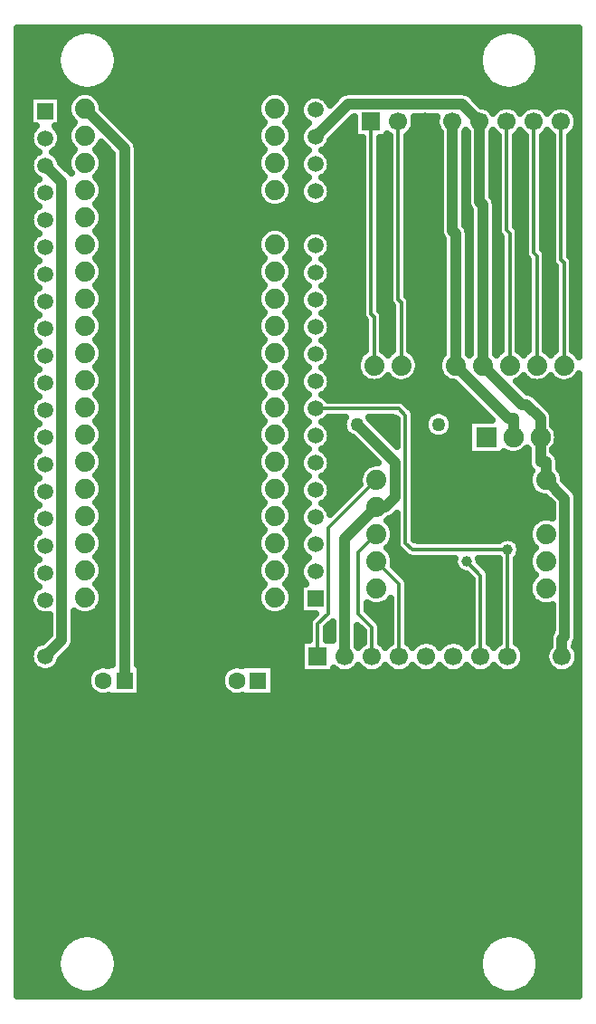
<source format=gbr>
G04 DipTrace 3.0.0.1*
G04 Bottom.gbr*
%MOIN*%
G04 #@! TF.FileFunction,Copper,L2,Bot*
G04 #@! TF.Part,Single*
G04 #@! TA.AperFunction,Conductor*
%ADD14C,0.03937*%
%ADD15C,0.011811*%
G04 #@! TA.AperFunction,CopperBalancing*
%ADD16C,0.025*%
G04 #@! TA.AperFunction,ComponentPad*
%ADD18C,0.074*%
%ADD19R,0.059055X0.059055*%
%ADD20C,0.059055*%
%ADD21R,0.066929X0.066929*%
%ADD22C,0.066929*%
%ADD23R,0.062992X0.062992*%
%ADD24C,0.062992*%
%ADD25C,0.059055*%
%ADD26R,0.074803X0.074803*%
%ADD27C,0.074803*%
%ADD28C,0.05*%
%ADD29C,0.05*%
G04 #@! TA.AperFunction,ViaPad*
%ADD30C,0.039016*%
%FSLAX26Y26*%
G04*
G70*
G90*
G75*
G01*
G04 Bottom*
%LPD*%
X1683808Y2537056D2*
D14*
X1823564Y2397301D1*
Y2269726D1*
X1786564Y2232726D1*
X1755068D1*
X1530085Y3594954D2*
X1651715Y3716584D1*
X2070423D1*
X2135383Y3651623D1*
X1755068Y2232726D2*
X1638533Y2116190D1*
Y1683119D1*
X1755068Y2232726D2*
D3*
X2380068Y2332726D2*
X2448564Y2264230D1*
Y1758112D1*
X2438533Y1748080D1*
Y1683119D1*
X2359005Y2490206D2*
Y2401222D1*
X2380068D1*
Y2332726D1*
X2146381Y2754374D2*
X2290470Y2610285D1*
X2307824D1*
X2359005Y2559105D1*
Y2490206D1*
X2135383Y3651623D2*
Y3357550D1*
X2146381Y3346552D1*
Y2754374D1*
X534596Y3490993D2*
X595619Y3429970D1*
Y1744143D1*
X534596Y1683119D1*
X680575Y3699043D2*
X826770Y3552848D1*
Y1594488D1*
X1935383Y3651623D2*
D15*
Y3242198D1*
X2380068Y2232726D2*
X2325352Y2178009D1*
Y1772588D1*
X2338533Y1759407D1*
Y1683119D1*
X1946381Y2754374D2*
Y2582419D1*
X1941092Y2577130D1*
Y2256348D1*
X1964714Y2232726D1*
X2380068D1*
X1935383Y3242198D2*
Y3183164D1*
X1946381Y3172167D1*
Y2754374D1*
X1835383Y3651623D2*
Y2997286D1*
X1846381Y2986289D1*
Y2754374D1*
X1735383Y3651623D2*
Y2944542D1*
X1746381Y2933545D1*
Y2754374D1*
X1755068Y2032726D2*
X1838533Y1949261D1*
Y1683119D1*
X1530085Y2594954D2*
X1838533D1*
X1862155Y2571332D1*
Y2099478D1*
X1885777Y2075856D1*
X2238533D1*
Y1683119D1*
X2087356Y2032726D2*
X2138533Y1981549D1*
Y1683119D1*
X2035383Y3651623D2*
D14*
Y3249688D1*
X2046381Y3238690D1*
Y2754374D1*
X2241651Y2559104D1*
X2259005D1*
Y2490206D1*
X2446381Y2754374D2*
D15*
Y3132690D1*
X2435383Y3143688D1*
Y3651623D1*
X2346381Y2754374D2*
Y3157864D1*
X2335383Y3168861D1*
Y3651623D1*
X2246381Y2754374D2*
Y3241025D1*
X2235383Y3252022D1*
Y3651623D1*
X1538533Y1683119D2*
Y1801718D1*
X1577332Y1840517D1*
Y2154990D1*
X1755068Y2332726D1*
X1738533Y1683119D2*
Y1790056D1*
X1687356Y1841234D1*
Y2065013D1*
X1755068Y2132726D1*
D30*
X1935383Y3242198D3*
X2238533Y2075856D3*
X2087356Y2032726D3*
X434710Y3972080D2*
D16*
X627560D1*
X750432D2*
X2182639D1*
X2305510D2*
X2498362D1*
X434710Y3947211D2*
X599680D1*
X778312D2*
X2154759D1*
X2333391D2*
X2498362D1*
X434710Y3922343D2*
X584690D1*
X793255D2*
X2139816D1*
X2348382D2*
X2498362D1*
X434710Y3897474D2*
X577171D1*
X800823D2*
X2132248D1*
X2355900D2*
X2498362D1*
X434710Y3872605D2*
X575559D1*
X802386D2*
X2130686D1*
X2357512D2*
X2498362D1*
X434710Y3847736D2*
X579612D1*
X798332D2*
X2134739D1*
X2353459D2*
X2498362D1*
X434710Y3822867D2*
X590060D1*
X787932D2*
X2145139D1*
X2343010D2*
X2498362D1*
X434710Y3797999D2*
X609396D1*
X768547D2*
X2164524D1*
X2323675D2*
X2498362D1*
X434710Y3773130D2*
X649778D1*
X728167D2*
X2204904D1*
X2283294D2*
X2498362D1*
X434710Y3748261D2*
X637962D1*
X723186D2*
X1337962D1*
X1423186D2*
X1510374D1*
X1549798D2*
X1615598D1*
X2106535D2*
X2498362D1*
X434710Y3723392D2*
X476096D1*
X593108D2*
X619455D1*
X741692D2*
X1319455D1*
X1441692D2*
X1479319D1*
X1580852D2*
X1590749D1*
X2131438D2*
X2498362D1*
X434710Y3698524D2*
X476096D1*
X593108D2*
X614572D1*
X748919D2*
X1314572D1*
X1446575D2*
X1471702D1*
X2175236D2*
X2195530D1*
X2275236D2*
X2295530D1*
X2375236D2*
X2395530D1*
X2475236D2*
X2498362D1*
X434710Y3673655D2*
X476096D1*
X593108D2*
X619895D1*
X773772D2*
X1319895D1*
X1441252D2*
X1475755D1*
X434710Y3648786D2*
X476096D1*
X593108D2*
X638596D1*
X798626D2*
X1338303D1*
X1423235D2*
X1495871D1*
X1651702D2*
X1672923D1*
X1897795D2*
X1972971D1*
X434710Y3623917D2*
X486790D1*
X582415D2*
X619651D1*
X823528D2*
X1319651D1*
X1441839D2*
X1479612D1*
X1626848D2*
X1672923D1*
X1891056D2*
X1979710D1*
X434710Y3599049D2*
X476682D1*
X592522D2*
X614572D1*
X848382D2*
X1314768D1*
X1446770D2*
X1471702D1*
X1601995D2*
X1672923D1*
X1870306D2*
X1986692D1*
X2184075D2*
X2200462D1*
X2270306D2*
X2300462D1*
X2370306D2*
X2400462D1*
X2470306D2*
X2498362D1*
X434710Y3574180D2*
X478635D1*
X590520D2*
X619651D1*
X870207D2*
X1319992D1*
X1441496D2*
X1475559D1*
X1584612D2*
X1700462D1*
X1770306D2*
X1800462D1*
X1870306D2*
X1986692D1*
X2184075D2*
X2200462D1*
X2270306D2*
X2300462D1*
X2370306D2*
X2400462D1*
X2470306D2*
X2498362D1*
X434710Y3549311D2*
X494651D1*
X574504D2*
X638596D1*
X722551D2*
X762522D1*
X875432D2*
X1338938D1*
X1422551D2*
X1495091D1*
X1565080D2*
X1700462D1*
X1770306D2*
X1800462D1*
X1870306D2*
X1986692D1*
X2184075D2*
X2200462D1*
X2270306D2*
X2300462D1*
X2370306D2*
X2400462D1*
X2470306D2*
X2498362D1*
X434710Y3524442D2*
X487180D1*
X582024D2*
X619895D1*
X741252D2*
X778098D1*
X875432D2*
X1319895D1*
X1441643D2*
X1479954D1*
X1580218D2*
X1700462D1*
X1770306D2*
X1800462D1*
X1870306D2*
X1986692D1*
X2184075D2*
X2200462D1*
X2270306D2*
X2300462D1*
X2370306D2*
X2400462D1*
X2470306D2*
X2498362D1*
X434710Y3499573D2*
X476731D1*
X593840D2*
X614572D1*
X746575D2*
X778098D1*
X875432D2*
X1314768D1*
X1446770D2*
X1471751D1*
X1588420D2*
X1700462D1*
X1770306D2*
X1800462D1*
X1870306D2*
X1986692D1*
X2184075D2*
X2200462D1*
X2270306D2*
X2300462D1*
X2370306D2*
X2400462D1*
X2470306D2*
X2498362D1*
X434710Y3474705D2*
X478488D1*
X741740D2*
X778098D1*
X875432D2*
X1319798D1*
X1441740D2*
X1475364D1*
X1584807D2*
X1700462D1*
X1770306D2*
X1800462D1*
X1870306D2*
X1986692D1*
X2184075D2*
X2200462D1*
X2270306D2*
X2300462D1*
X2370306D2*
X2400462D1*
X2470306D2*
X2498362D1*
X434710Y3449836D2*
X494114D1*
X723186D2*
X778098D1*
X875432D2*
X1338644D1*
X1422844D2*
X1494358D1*
X1565812D2*
X1700462D1*
X1770306D2*
X1800462D1*
X1870306D2*
X1986692D1*
X2184075D2*
X2200462D1*
X2270306D2*
X2300462D1*
X2370306D2*
X2400462D1*
X2470306D2*
X2498362D1*
X434710Y3424967D2*
X487571D1*
X741056D2*
X778098D1*
X875432D2*
X1320139D1*
X1441399D2*
X1480295D1*
X1579875D2*
X1700462D1*
X1770306D2*
X1800462D1*
X1870306D2*
X1986692D1*
X2184075D2*
X2200462D1*
X2270306D2*
X2300462D1*
X2370306D2*
X2400462D1*
X2470306D2*
X2498362D1*
X434710Y3400098D2*
X476828D1*
X746575D2*
X778098D1*
X875432D2*
X1314768D1*
X1446770D2*
X1471799D1*
X1588371D2*
X1700462D1*
X1770306D2*
X1800462D1*
X1870306D2*
X1986692D1*
X2184075D2*
X2200462D1*
X2270306D2*
X2300462D1*
X2370306D2*
X2400462D1*
X2470306D2*
X2498362D1*
X434710Y3375230D2*
X478343D1*
X741936D2*
X778098D1*
X875432D2*
X1319554D1*
X1441936D2*
X1475168D1*
X1585003D2*
X1700462D1*
X1770306D2*
X1800462D1*
X1870306D2*
X1986692D1*
X2185051D2*
X2200499D1*
X2270306D2*
X2300462D1*
X2370306D2*
X2400462D1*
X2470306D2*
X2498362D1*
X434710Y3350361D2*
X493528D1*
X723820D2*
X778098D1*
X875432D2*
X1338010D1*
X1423528D2*
X1493675D1*
X1566496D2*
X1700462D1*
X1770306D2*
X1800462D1*
X1870306D2*
X1986692D1*
X2270306D2*
X2300462D1*
X2370306D2*
X2400462D1*
X2470306D2*
X2498362D1*
X434710Y3325492D2*
X487962D1*
X740812D2*
X778098D1*
X875432D2*
X1700462D1*
X1770306D2*
X1800462D1*
X1870306D2*
X1986692D1*
X2084075D2*
X2097727D1*
X2270306D2*
X2300462D1*
X2370306D2*
X2400462D1*
X2470306D2*
X2498362D1*
X434710Y3300623D2*
X476927D1*
X746526D2*
X778098D1*
X875432D2*
X1700462D1*
X1770306D2*
X1800462D1*
X1870306D2*
X1986692D1*
X2084075D2*
X2097727D1*
X2270306D2*
X2300462D1*
X2370306D2*
X2400462D1*
X2470306D2*
X2498362D1*
X434710Y3275755D2*
X478196D1*
X742131D2*
X778098D1*
X875432D2*
X1700462D1*
X1770306D2*
X1800462D1*
X1870306D2*
X1986692D1*
X2084075D2*
X2097727D1*
X2270306D2*
X2300462D1*
X2370306D2*
X2400462D1*
X2470306D2*
X2498362D1*
X434710Y3250886D2*
X492991D1*
X724455D2*
X778098D1*
X875432D2*
X1341038D1*
X1420500D2*
X1524436D1*
X1535710D2*
X1700462D1*
X1770306D2*
X1800462D1*
X1870306D2*
X1986692D1*
X2279728D2*
X2300462D1*
X2370306D2*
X2400462D1*
X2470306D2*
X2498362D1*
X434710Y3226017D2*
X488352D1*
X740568D2*
X778098D1*
X875432D2*
X1320579D1*
X1440911D2*
X1480979D1*
X1579192D2*
X1700462D1*
X1770306D2*
X1800462D1*
X1870306D2*
X1993235D1*
X2195060D2*
X2211496D1*
X2281291D2*
X2300462D1*
X2370306D2*
X2400462D1*
X2470306D2*
X2498362D1*
X434710Y3201148D2*
X477024D1*
X746526D2*
X778098D1*
X875432D2*
X1314768D1*
X1446722D2*
X1471896D1*
X1588274D2*
X1700462D1*
X1770306D2*
X1800462D1*
X1870306D2*
X1997727D1*
X2195060D2*
X2211496D1*
X2281291D2*
X2300462D1*
X2370306D2*
X2400462D1*
X2470306D2*
X2498362D1*
X434710Y3176280D2*
X478050D1*
X742327D2*
X778098D1*
X875432D2*
X1319163D1*
X1442375D2*
X1474778D1*
X1585392D2*
X1700462D1*
X1770306D2*
X1800462D1*
X1870306D2*
X1997727D1*
X2195060D2*
X2211496D1*
X2281291D2*
X2300462D1*
X2375530D2*
X2400462D1*
X2470306D2*
X2498362D1*
X434710Y3151411D2*
X492454D1*
X725042D2*
X778098D1*
X875432D2*
X1336740D1*
X1424748D2*
X1492356D1*
X1567815D2*
X1700462D1*
X1770306D2*
X1800462D1*
X1870306D2*
X1997727D1*
X2195060D2*
X2211496D1*
X2281291D2*
X2305588D1*
X2381291D2*
X2400462D1*
X2475335D2*
X2498362D1*
X434710Y3126542D2*
X488791D1*
X740324D2*
X778098D1*
X875432D2*
X1320823D1*
X1440667D2*
X1481320D1*
X1578850D2*
X1700462D1*
X1770306D2*
X1800462D1*
X1870306D2*
X1997727D1*
X2195060D2*
X2211496D1*
X2281291D2*
X2311496D1*
X2381291D2*
X2405392D1*
X2481291D2*
X2498362D1*
X434710Y3101673D2*
X477122D1*
X746526D2*
X778098D1*
X875432D2*
X1314816D1*
X1446722D2*
X1471946D1*
X1588176D2*
X1700462D1*
X1770306D2*
X1800462D1*
X1870306D2*
X1997727D1*
X2195060D2*
X2211496D1*
X2281291D2*
X2311496D1*
X2381291D2*
X2411496D1*
X2481291D2*
X2498362D1*
X434710Y3076804D2*
X477903D1*
X742522D2*
X778098D1*
X875432D2*
X1318967D1*
X1442571D2*
X1474583D1*
X1585588D2*
X1700462D1*
X1770306D2*
X1800462D1*
X1870306D2*
X1997727D1*
X2195060D2*
X2211496D1*
X2281291D2*
X2311496D1*
X2381291D2*
X2411496D1*
X2481291D2*
X2498362D1*
X434710Y3051936D2*
X491916D1*
X725627D2*
X778098D1*
X875432D2*
X1336155D1*
X1425383D2*
X1491722D1*
X1568450D2*
X1700462D1*
X1770306D2*
X1800462D1*
X1870306D2*
X1997727D1*
X2195060D2*
X2211496D1*
X2281291D2*
X2311496D1*
X2381291D2*
X2411496D1*
X2481291D2*
X2498362D1*
X434710Y3027067D2*
X489231D1*
X740031D2*
X778098D1*
X875432D2*
X1321067D1*
X1440423D2*
X1481663D1*
X1578508D2*
X1700462D1*
X1770306D2*
X1800462D1*
X1870306D2*
X1997727D1*
X2195060D2*
X2211496D1*
X2281291D2*
X2311496D1*
X2381291D2*
X2411496D1*
X2481291D2*
X2498362D1*
X434710Y3002198D2*
X477219D1*
X746476D2*
X778098D1*
X875432D2*
X1314816D1*
X1446672D2*
X1472043D1*
X1588127D2*
X1700462D1*
X1770306D2*
X1800462D1*
X1877092D2*
X1997727D1*
X2195060D2*
X2211496D1*
X2281291D2*
X2311496D1*
X2381291D2*
X2411496D1*
X2481291D2*
X2498362D1*
X434710Y2977329D2*
X477756D1*
X742718D2*
X778098D1*
X875432D2*
X1318723D1*
X1442766D2*
X1474387D1*
X1585783D2*
X1700462D1*
X1770306D2*
X1807346D1*
X1881291D2*
X1997727D1*
X2195060D2*
X2211496D1*
X2281291D2*
X2311496D1*
X2381291D2*
X2411496D1*
X2481291D2*
X2498362D1*
X434710Y2952461D2*
X491428D1*
X726214D2*
X778098D1*
X875432D2*
X1335568D1*
X1425970D2*
X1491087D1*
X1569084D2*
X1700462D1*
X1775188D2*
X1811496D1*
X1881291D2*
X1997727D1*
X2195060D2*
X2211496D1*
X2281291D2*
X2311496D1*
X2381291D2*
X2411496D1*
X2481291D2*
X2498362D1*
X434710Y2927592D2*
X489671D1*
X739787D2*
X778098D1*
X875432D2*
X1321360D1*
X1440178D2*
X1482054D1*
X1578118D2*
X1705295D1*
X1781291D2*
X1811496D1*
X1881291D2*
X1997727D1*
X2195060D2*
X2211496D1*
X2281291D2*
X2311496D1*
X2381291D2*
X2411496D1*
X2481291D2*
X2498362D1*
X434710Y2902723D2*
X477316D1*
X746476D2*
X778098D1*
X875432D2*
X1314866D1*
X1446672D2*
X1472092D1*
X1588079D2*
X1711496D1*
X1781291D2*
X1811496D1*
X1881291D2*
X1997727D1*
X2195060D2*
X2211496D1*
X2281291D2*
X2311496D1*
X2381291D2*
X2411496D1*
X2481291D2*
X2498362D1*
X434710Y2877854D2*
X477659D1*
X742912D2*
X778098D1*
X875432D2*
X1318576D1*
X1442962D2*
X1474240D1*
X1585930D2*
X1711496D1*
X1781291D2*
X1811496D1*
X1881291D2*
X1997727D1*
X2195060D2*
X2211496D1*
X2281291D2*
X2311496D1*
X2381291D2*
X2411496D1*
X2481291D2*
X2498362D1*
X434710Y2852986D2*
X490940D1*
X726799D2*
X778098D1*
X875432D2*
X1334983D1*
X1426507D2*
X1490500D1*
X1569671D2*
X1711496D1*
X1781291D2*
X1811496D1*
X1881291D2*
X1997727D1*
X2195060D2*
X2211496D1*
X2281291D2*
X2311496D1*
X2381291D2*
X2411496D1*
X2481291D2*
X2498362D1*
X434710Y2828117D2*
X490159D1*
X739543D2*
X778098D1*
X875432D2*
X1321604D1*
X1439934D2*
X1482444D1*
X1577727D2*
X1711496D1*
X1781291D2*
X1811496D1*
X1881291D2*
X1997727D1*
X2195060D2*
X2211496D1*
X2281291D2*
X2311496D1*
X2381291D2*
X2411496D1*
X2481291D2*
X2498362D1*
X434710Y2803248D2*
X477415D1*
X746428D2*
X778098D1*
X875432D2*
X1314866D1*
X1446623D2*
X1472190D1*
X1587980D2*
X1703343D1*
X1789396D2*
X1803378D1*
X1889396D2*
X1997727D1*
X2195060D2*
X2203343D1*
X2289396D2*
X2303378D1*
X2389396D2*
X2403378D1*
X2489396D2*
X2498385D1*
X434710Y2778379D2*
X477512D1*
X743108D2*
X778098D1*
X875432D2*
X1318382D1*
X1443156D2*
X1474094D1*
X1586076D2*
X1685080D1*
X1907659D2*
X1985080D1*
X434710Y2753510D2*
X490451D1*
X727336D2*
X778098D1*
X875432D2*
X1334446D1*
X1427092D2*
X1489915D1*
X1570256D2*
X1680392D1*
X1912346D2*
X1980392D1*
X434710Y2728642D2*
X490598D1*
X739251D2*
X778098D1*
X875432D2*
X1321848D1*
X1439640D2*
X1482835D1*
X1577336D2*
X1685812D1*
X1906927D2*
X1985812D1*
X434710Y2703773D2*
X477560D1*
X746379D2*
X778098D1*
X875432D2*
X1314915D1*
X1446623D2*
X1472287D1*
X1587883D2*
X1705539D1*
X1787248D2*
X1805539D1*
X1887248D2*
X2005539D1*
X2287248D2*
X2305539D1*
X2387248D2*
X2405539D1*
X2487248D2*
X2498419D1*
X434710Y2678904D2*
X477415D1*
X743303D2*
X778098D1*
X875432D2*
X1318186D1*
X1443352D2*
X1473899D1*
X1586272D2*
X2054026D1*
X2289640D2*
X2498362D1*
X434710Y2654035D2*
X490012D1*
X727874D2*
X778098D1*
X875432D2*
X1333908D1*
X1427630D2*
X1489328D1*
X1570843D2*
X2078928D1*
X2325091D2*
X2498362D1*
X434710Y2629167D2*
X491087D1*
X738958D2*
X778098D1*
X875432D2*
X1322140D1*
X1439348D2*
X1483224D1*
X1576946D2*
X2103782D1*
X2356731D2*
X2498362D1*
X434710Y2604298D2*
X477659D1*
X746331D2*
X778098D1*
X875432D2*
X1314963D1*
X1446575D2*
X1472336D1*
X1877483D2*
X2128635D1*
X2381634D2*
X2498362D1*
X434710Y2579429D2*
X477268D1*
X743450D2*
X778098D1*
X875432D2*
X1317991D1*
X1443499D2*
X1473752D1*
X1896038D2*
X1952072D1*
X2015568D2*
X2153538D1*
X2402971D2*
X2498362D1*
X434710Y2554560D2*
X489524D1*
X728362D2*
X778098D1*
X875432D2*
X1333371D1*
X1428167D2*
X1488791D1*
X1571379D2*
X1632883D1*
X1734759D2*
X1827268D1*
X1897063D2*
X1932883D1*
X2034759D2*
X2178391D1*
X2407659D2*
X2498362D1*
X434710Y2529692D2*
X491575D1*
X738664D2*
X778098D1*
X875432D2*
X1322434D1*
X1439104D2*
X1483615D1*
X1576555D2*
X1630344D1*
X1758976D2*
X1827268D1*
X1897063D2*
X1930344D1*
X2037248D2*
X2092600D1*
X2411760D2*
X2498362D1*
X434710Y2504823D2*
X477806D1*
X746282D2*
X778098D1*
X875432D2*
X1315012D1*
X1446526D2*
X1472434D1*
X1587736D2*
X1641135D1*
X1783831D2*
X1827268D1*
X1897063D2*
X1941135D1*
X2026458D2*
X2092600D1*
X2423723D2*
X2498362D1*
X434710Y2479954D2*
X477171D1*
X743644D2*
X778098D1*
X875432D2*
X1317844D1*
X1443694D2*
X1473606D1*
X1586564D2*
X1673118D1*
X1808732D2*
X1827268D1*
X1897063D2*
X2092600D1*
X2424554D2*
X2498362D1*
X434710Y2455085D2*
X489084D1*
X728899D2*
X778098D1*
X875432D2*
X1332835D1*
X1428655D2*
X1488255D1*
X1571916D2*
X1697971D1*
X1897063D2*
X2092600D1*
X2414886D2*
X2498362D1*
X434710Y2430217D2*
X492112D1*
X738811D2*
X778098D1*
X875432D2*
X1322727D1*
X1438811D2*
X1484055D1*
X1576115D2*
X1722824D1*
X1897063D2*
X2092600D1*
X2225383D2*
X2234478D1*
X2283488D2*
X2310324D1*
X2418499D2*
X2498362D1*
X434710Y2405348D2*
X477951D1*
X746476D2*
X778098D1*
X875432D2*
X1315060D1*
X1446476D2*
X1472531D1*
X1587639D2*
X1747727D1*
X1897063D2*
X2310324D1*
X2428556D2*
X2498362D1*
X434710Y2380479D2*
X477072D1*
X743840D2*
X778098D1*
X875432D2*
X1317648D1*
X1443840D2*
X1473459D1*
X1586711D2*
X1710715D1*
X1897063D2*
X2315256D1*
X2428752D2*
X2498362D1*
X434710Y2355610D2*
X488644D1*
X729192D2*
X778098D1*
X875432D2*
X1332346D1*
X1429192D2*
X1487718D1*
X1572454D2*
X1693332D1*
X1897063D2*
X2318332D1*
X2441790D2*
X2498362D1*
X434710Y2330741D2*
X492600D1*
X738518D2*
X778098D1*
X875432D2*
X1323020D1*
X1438518D2*
X1484495D1*
X1575676D2*
X1689084D1*
X1897063D2*
X2314084D1*
X2449846D2*
X2498362D1*
X434710Y2305873D2*
X478098D1*
X746428D2*
X778098D1*
X875432D2*
X1315110D1*
X1446428D2*
X1472630D1*
X1587542D2*
X1679904D1*
X1897063D2*
X2320042D1*
X2474748D2*
X2498362D1*
X434710Y2281004D2*
X476975D1*
X743987D2*
X778098D1*
X875432D2*
X1317503D1*
X1443987D2*
X1473312D1*
X1586858D2*
X1655051D1*
X1897063D2*
X2340744D1*
X434710Y2256135D2*
X488255D1*
X729680D2*
X778098D1*
X875432D2*
X1331858D1*
X1429680D2*
X1487180D1*
X1572991D2*
X1630148D1*
X1897063D2*
X2388840D1*
X434710Y2231266D2*
X493138D1*
X738224D2*
X778098D1*
X875432D2*
X1323312D1*
X1438224D2*
X1484934D1*
X1575236D2*
X1605295D1*
X1897063D2*
X2399875D1*
X434710Y2206398D2*
X478244D1*
X746379D2*
X778098D1*
X875432D2*
X1315159D1*
X1446379D2*
X1472727D1*
X1897063D2*
X2399875D1*
X434710Y2181529D2*
X476878D1*
X744182D2*
X778098D1*
X875432D2*
X1317356D1*
X1444182D2*
X1473215D1*
X1798186D2*
X1827268D1*
X1897063D2*
X2336936D1*
X434710Y2156660D2*
X487815D1*
X730168D2*
X778098D1*
X875432D2*
X1331370D1*
X1430168D2*
X1486692D1*
X1816399D2*
X1827293D1*
X1897063D2*
X2318772D1*
X434710Y2131791D2*
X493723D1*
X737883D2*
X778098D1*
X875432D2*
X1323606D1*
X1437883D2*
X1485374D1*
X1897063D2*
X2314084D1*
X434710Y2106923D2*
X478391D1*
X746331D2*
X778098D1*
X875432D2*
X1315207D1*
X1446331D2*
X1472874D1*
X1815568D2*
X1827259D1*
X2274944D2*
X2319554D1*
X434710Y2082054D2*
X476780D1*
X744328D2*
X778098D1*
X875432D2*
X1317210D1*
X1444328D2*
X1473068D1*
X1797551D2*
X1832346D1*
X2286614D2*
X2337571D1*
X434710Y2057185D2*
X487424D1*
X730608D2*
X778098D1*
X875432D2*
X1330882D1*
X1430608D2*
X1486203D1*
X1816155D2*
X1856126D1*
X2283050D2*
X2318967D1*
X434710Y2032316D2*
X494260D1*
X737591D2*
X778098D1*
X875432D2*
X1323948D1*
X1437591D2*
X1485862D1*
X1821038D2*
X2038840D1*
X2136076D2*
X2203635D1*
X2273430D2*
X2314084D1*
X434710Y2007448D2*
X478538D1*
X746232D2*
X778098D1*
X875432D2*
X1315256D1*
X1446232D2*
X1472971D1*
X1828655D2*
X2046408D1*
X2160930D2*
X2203635D1*
X2273430D2*
X2319308D1*
X434710Y1982579D2*
X476731D1*
X744475D2*
X778098D1*
X875432D2*
X1317063D1*
X1444475D2*
X1472971D1*
X1853508D2*
X2089182D1*
X2173430D2*
X2203635D1*
X2273430D2*
X2338255D1*
X434710Y1957710D2*
X487034D1*
X731096D2*
X778098D1*
X875432D2*
X1330442D1*
X1431096D2*
X1485715D1*
X1872307D2*
X2103635D1*
X2173430D2*
X2203635D1*
X2273430D2*
X2319211D1*
X434710Y1932841D2*
X494846D1*
X737248D2*
X778098D1*
X875432D2*
X1324240D1*
X1437248D2*
X1471555D1*
X1873430D2*
X2103635D1*
X2173430D2*
X2203635D1*
X2273430D2*
X2314084D1*
X434710Y1907972D2*
X478732D1*
X746184D2*
X778098D1*
X875432D2*
X1315354D1*
X1446184D2*
X1471555D1*
X1873430D2*
X2103635D1*
X2173430D2*
X2203635D1*
X2273430D2*
X2319114D1*
X434710Y1883104D2*
X476634D1*
X744622D2*
X778098D1*
X875432D2*
X1316916D1*
X1444622D2*
X1471555D1*
X1873430D2*
X2103635D1*
X2173430D2*
X2203635D1*
X2273430D2*
X2337962D1*
X434710Y1858235D2*
X486643D1*
X731535D2*
X778098D1*
X875432D2*
X1329954D1*
X1431535D2*
X1471555D1*
X1722259D2*
X1803635D1*
X1873430D2*
X2103635D1*
X2173430D2*
X2203635D1*
X2273430D2*
X2399875D1*
X434710Y1833366D2*
X546946D1*
X644280D2*
X778098D1*
X875432D2*
X1521848D1*
X1743547D2*
X1803635D1*
X1873430D2*
X2103635D1*
X2173430D2*
X2203635D1*
X2273430D2*
X2399875D1*
X434710Y1808497D2*
X546946D1*
X644280D2*
X778098D1*
X875432D2*
X1504367D1*
X1767668D2*
X1803635D1*
X1873430D2*
X2103635D1*
X2173430D2*
X2203635D1*
X2273430D2*
X2399875D1*
X434710Y1783629D2*
X546946D1*
X644280D2*
X778098D1*
X875432D2*
X1503635D1*
X1573430D2*
X1589819D1*
X1687199D2*
X1696648D1*
X1773430D2*
X1803635D1*
X1873430D2*
X2103635D1*
X2173430D2*
X2203635D1*
X2273430D2*
X2399875D1*
X434710Y1758760D2*
X542454D1*
X644280D2*
X778098D1*
X875432D2*
X1503635D1*
X1573430D2*
X1589819D1*
X1687199D2*
X1703675D1*
X1773430D2*
X1803635D1*
X1873430D2*
X2103635D1*
X2173430D2*
X2203635D1*
X2273430D2*
X2391087D1*
X434710Y1733891D2*
X508420D1*
X643156D2*
X778098D1*
X875432D2*
X1476096D1*
X1687199D2*
X1703675D1*
X1773430D2*
X1803635D1*
X1873430D2*
X1904123D1*
X1972942D2*
X2004123D1*
X2072942D2*
X2103635D1*
X2173430D2*
X2203635D1*
X2273430D2*
X2389866D1*
X2490374D2*
X2498386D1*
X434710Y1709022D2*
X482444D1*
X628312D2*
X778098D1*
X875432D2*
X1476096D1*
X2295110D2*
X2381955D1*
X434710Y1684154D2*
X476096D1*
X603411D2*
X778098D1*
X875432D2*
X1476096D1*
X2300970D2*
X2376096D1*
X434710Y1659285D2*
X481419D1*
X587786D2*
X778098D1*
X875432D2*
X1476096D1*
X2296038D2*
X2381028D1*
X434710Y1634416D2*
X504416D1*
X564787D2*
X703488D1*
X887248D2*
X1195627D1*
X1379387D2*
X1476096D1*
X1676018D2*
X1701047D1*
X1776018D2*
X1801047D1*
X1876018D2*
X1901047D1*
X1976018D2*
X2001047D1*
X2076018D2*
X2101047D1*
X2176018D2*
X2201047D1*
X2276018D2*
X2401047D1*
X2476018D2*
X2498362D1*
X434710Y1609547D2*
X689524D1*
X887248D2*
X1181663D1*
X1379387D2*
X2498362D1*
X434710Y1584678D2*
X688400D1*
X887248D2*
X1180491D1*
X1379387D2*
X2498362D1*
X434710Y1559810D2*
X699046D1*
X887248D2*
X1191184D1*
X1379387D2*
X2498362D1*
X434710Y1534941D2*
X2498362D1*
X434710Y1510072D2*
X2498362D1*
X434710Y1485203D2*
X2498362D1*
X434710Y1460335D2*
X2498362D1*
X434710Y1435466D2*
X2498362D1*
X434710Y1410597D2*
X2498362D1*
X434710Y1385728D2*
X2498362D1*
X434710Y1360860D2*
X2498362D1*
X434710Y1335991D2*
X2498362D1*
X434710Y1311122D2*
X2498362D1*
X434710Y1286253D2*
X2498362D1*
X434710Y1261385D2*
X2498362D1*
X434710Y1236516D2*
X2498362D1*
X434710Y1211647D2*
X2498362D1*
X434710Y1186778D2*
X2498362D1*
X434710Y1161909D2*
X2498362D1*
X434710Y1137041D2*
X2498362D1*
X434710Y1112172D2*
X2498362D1*
X434710Y1087303D2*
X2498362D1*
X434710Y1062434D2*
X2498362D1*
X434710Y1037566D2*
X2498362D1*
X434710Y1012697D2*
X2498362D1*
X434710Y987828D2*
X2498362D1*
X434710Y962959D2*
X2498362D1*
X434710Y938091D2*
X2498362D1*
X434710Y913222D2*
X2498362D1*
X434710Y888353D2*
X2498362D1*
X434710Y863484D2*
X2498362D1*
X434710Y838615D2*
X2498362D1*
X434710Y813747D2*
X2498362D1*
X434710Y788878D2*
X2498362D1*
X434710Y764009D2*
X2498362D1*
X434710Y739140D2*
X2498362D1*
X434710Y714272D2*
X2498362D1*
X434710Y689403D2*
X2498362D1*
X434710Y664534D2*
X2498362D1*
X434710Y639665D2*
X619358D1*
X758587D2*
X2174484D1*
X2313714D2*
X2498362D1*
X434710Y614797D2*
X595432D1*
X782512D2*
X2150559D1*
X2337639D2*
X2498362D1*
X434710Y589928D2*
X582395D1*
X795550D2*
X2137522D1*
X2350676D2*
X2498362D1*
X434710Y565059D2*
X576291D1*
X801652D2*
X2131419D1*
X2356780D2*
X2498362D1*
X434710Y540190D2*
X575950D1*
X801995D2*
X2131076D1*
X2357122D2*
X2498362D1*
X434710Y515322D2*
X581370D1*
X796575D2*
X2136496D1*
X2351702D2*
X2498362D1*
X434710Y490453D2*
X593479D1*
X784466D2*
X2148606D1*
X2339592D2*
X2498362D1*
X434710Y465584D2*
X615696D1*
X762248D2*
X2170823D1*
X2317327D2*
X2498362D1*
X434710Y440715D2*
X675022D1*
X702923D2*
X2230148D1*
X2258008D2*
X2498362D1*
X739322Y3574983D2*
X734711Y3565869D1*
X728854Y3557808D1*
X721810Y3550764D1*
X719654Y3549063D1*
X725471Y3543940D1*
X731941Y3536364D1*
X737147Y3527869D1*
X740959Y3518664D1*
X743285Y3508975D1*
X744067Y3499043D1*
X743285Y3489112D1*
X740959Y3479423D1*
X737147Y3470218D1*
X731941Y3461723D1*
X725471Y3454147D1*
X719654Y3449063D1*
X725471Y3443940D1*
X731941Y3436364D1*
X737147Y3427869D1*
X740959Y3418664D1*
X743285Y3408975D1*
X744067Y3399043D1*
X743285Y3389112D1*
X740959Y3379423D1*
X737147Y3370218D1*
X731941Y3361723D1*
X725471Y3354147D1*
X719654Y3349063D1*
X725471Y3343940D1*
X731941Y3336364D1*
X737147Y3327869D1*
X740959Y3318664D1*
X743285Y3308975D1*
X744067Y3299043D1*
X743285Y3289112D1*
X740959Y3279423D1*
X737147Y3270218D1*
X731941Y3261723D1*
X725471Y3254147D1*
X719654Y3249063D1*
X725471Y3243940D1*
X731941Y3236364D1*
X737147Y3227869D1*
X740959Y3218664D1*
X743285Y3208975D1*
X744067Y3199043D1*
X743285Y3189112D1*
X740959Y3179423D1*
X737147Y3170218D1*
X731941Y3161723D1*
X725471Y3154147D1*
X719654Y3149063D1*
X725471Y3143940D1*
X731941Y3136364D1*
X737147Y3127869D1*
X740959Y3118664D1*
X743285Y3108975D1*
X744067Y3099043D1*
X743285Y3089112D1*
X740959Y3079423D1*
X737147Y3070218D1*
X731941Y3061723D1*
X725471Y3054147D1*
X719654Y3049063D1*
X725471Y3043940D1*
X731941Y3036364D1*
X737147Y3027869D1*
X740959Y3018664D1*
X743285Y3008975D1*
X744067Y2999043D1*
X743285Y2989112D1*
X740959Y2979423D1*
X737147Y2970218D1*
X731941Y2961723D1*
X725471Y2954147D1*
X719654Y2949063D1*
X725471Y2943940D1*
X731941Y2936364D1*
X737147Y2927869D1*
X740959Y2918664D1*
X743285Y2908975D1*
X744067Y2899043D1*
X743285Y2889112D1*
X740959Y2879423D1*
X737147Y2870218D1*
X731941Y2861723D1*
X725471Y2854147D1*
X719654Y2849063D1*
X725471Y2843940D1*
X731941Y2836364D1*
X737147Y2827869D1*
X740959Y2818664D1*
X743285Y2808975D1*
X744067Y2799043D1*
X743285Y2789112D1*
X740959Y2779423D1*
X737147Y2770218D1*
X731941Y2761723D1*
X725471Y2754147D1*
X719654Y2749063D1*
X725471Y2743940D1*
X731941Y2736364D1*
X737147Y2727869D1*
X740959Y2718664D1*
X743285Y2708975D1*
X744067Y2699043D1*
X743285Y2689112D1*
X740959Y2679423D1*
X737147Y2670218D1*
X731941Y2661723D1*
X725471Y2654147D1*
X719654Y2649063D1*
X725471Y2643940D1*
X731941Y2636364D1*
X737147Y2627869D1*
X740959Y2618664D1*
X743285Y2608975D1*
X744067Y2599043D1*
X743285Y2589112D1*
X740959Y2579423D1*
X737147Y2570218D1*
X731941Y2561723D1*
X725471Y2554147D1*
X719654Y2549063D1*
X725471Y2543940D1*
X731941Y2536364D1*
X737147Y2527869D1*
X740959Y2518664D1*
X743285Y2508975D1*
X744067Y2499043D1*
X743285Y2489112D1*
X740959Y2479423D1*
X737147Y2470218D1*
X731941Y2461723D1*
X725471Y2454147D1*
X720020Y2449353D1*
X725654Y2444354D1*
X732123Y2436778D1*
X737329Y2428283D1*
X741142Y2419079D1*
X743467Y2409390D1*
X744249Y2399458D1*
X743467Y2389526D1*
X741142Y2379837D1*
X737329Y2370633D1*
X732123Y2362138D1*
X725654Y2354562D1*
X719836Y2349478D1*
X725654Y2344354D1*
X732123Y2336778D1*
X737329Y2328283D1*
X741142Y2319079D1*
X743467Y2309390D1*
X744249Y2299458D1*
X743467Y2289526D1*
X741142Y2279837D1*
X737329Y2270633D1*
X732123Y2262138D1*
X725654Y2254562D1*
X719836Y2249478D1*
X725654Y2244354D1*
X732123Y2236778D1*
X737329Y2228283D1*
X741142Y2219079D1*
X743467Y2209390D1*
X744249Y2199458D1*
X743467Y2189526D1*
X741142Y2179837D1*
X737329Y2170633D1*
X732123Y2162138D1*
X725654Y2154562D1*
X719836Y2149478D1*
X725654Y2144354D1*
X732123Y2136778D1*
X737329Y2128283D1*
X741142Y2119079D1*
X743467Y2109390D1*
X744249Y2099458D1*
X743467Y2089526D1*
X741142Y2079837D1*
X737329Y2070633D1*
X732123Y2062138D1*
X725654Y2054562D1*
X719836Y2049478D1*
X725654Y2044354D1*
X732123Y2036778D1*
X737329Y2028283D1*
X741142Y2019079D1*
X743467Y2009390D1*
X744249Y1999458D1*
X743467Y1989526D1*
X741142Y1979837D1*
X737329Y1970633D1*
X732123Y1962138D1*
X725654Y1954562D1*
X719836Y1949478D1*
X725654Y1944354D1*
X732123Y1936778D1*
X737329Y1928283D1*
X741142Y1919079D1*
X743467Y1909390D1*
X744249Y1899458D1*
X743467Y1889526D1*
X741142Y1879837D1*
X737329Y1870633D1*
X732123Y1862138D1*
X725654Y1854562D1*
X718077Y1848092D1*
X709583Y1842886D1*
X700378Y1839073D1*
X690689Y1836748D1*
X680757Y1835966D1*
X670825Y1836748D1*
X661136Y1839073D1*
X651932Y1842886D1*
X643437Y1848092D1*
X641801Y1849382D1*
X641655Y1740520D1*
X640521Y1733364D1*
X638282Y1726472D1*
X634992Y1720016D1*
X630734Y1714154D1*
X589706Y1672925D1*
X587874Y1665808D1*
X584509Y1657688D1*
X579917Y1650192D1*
X574207Y1643508D1*
X567524Y1637798D1*
X560028Y1633206D1*
X551907Y1629841D1*
X543360Y1627790D1*
X534596Y1627100D1*
X525832Y1627790D1*
X517285Y1629841D1*
X509164Y1633206D1*
X501668Y1637798D1*
X494984Y1643508D1*
X489274Y1650192D1*
X484682Y1657688D1*
X481318Y1665808D1*
X479266Y1674356D1*
X478576Y1683119D1*
X479266Y1691883D1*
X481318Y1700430D1*
X484682Y1708551D1*
X489274Y1716047D1*
X494984Y1722731D1*
X501668Y1728441D1*
X509164Y1733033D1*
X517285Y1736398D1*
X524332Y1738151D1*
X549417Y1763245D1*
X549442Y1836966D1*
X538991Y1835147D1*
X530201D1*
X521518Y1836521D1*
X513157Y1839238D1*
X505325Y1843228D1*
X498214Y1848396D1*
X491999Y1854612D1*
X486831Y1861723D1*
X482840Y1869555D1*
X480123Y1877916D1*
X478749Y1886598D1*
Y1895388D1*
X480123Y1904071D1*
X482840Y1912432D1*
X486831Y1920264D1*
X491999Y1927375D1*
X498214Y1933591D1*
X505325Y1938759D1*
X509164Y1941080D1*
X501668Y1945672D1*
X494984Y1951382D1*
X489274Y1958066D1*
X484682Y1965562D1*
X481318Y1973682D1*
X479266Y1982230D1*
X478576Y1990993D1*
X479266Y1999757D1*
X481318Y2008304D1*
X484682Y2016425D1*
X489274Y2023921D1*
X494984Y2030605D1*
X501668Y2036315D1*
X509335Y2040987D1*
X501668Y2045672D1*
X494984Y2051382D1*
X489274Y2058066D1*
X484682Y2065562D1*
X481318Y2073682D1*
X479266Y2082230D1*
X478576Y2090993D1*
X479266Y2099757D1*
X481318Y2108304D1*
X484682Y2116425D1*
X489274Y2123921D1*
X494984Y2130605D1*
X501668Y2136315D1*
X509335Y2140987D1*
X501668Y2145672D1*
X494984Y2151382D1*
X489274Y2158066D1*
X484682Y2165562D1*
X481318Y2173682D1*
X479266Y2182230D1*
X478576Y2190993D1*
X479266Y2199757D1*
X481318Y2208304D1*
X484682Y2216425D1*
X489274Y2223921D1*
X494984Y2230605D1*
X501668Y2236315D1*
X509335Y2240987D1*
X501668Y2245672D1*
X494984Y2251382D1*
X489274Y2258066D1*
X484682Y2265562D1*
X481318Y2273682D1*
X479266Y2282230D1*
X478576Y2290993D1*
X479266Y2299757D1*
X481318Y2308304D1*
X484682Y2316425D1*
X489274Y2323921D1*
X494984Y2330605D1*
X501668Y2336315D1*
X509335Y2340987D1*
X501668Y2345672D1*
X494984Y2351382D1*
X489274Y2358066D1*
X484682Y2365562D1*
X481318Y2373682D1*
X479266Y2382230D1*
X478576Y2390993D1*
X479266Y2399757D1*
X481318Y2408304D1*
X484682Y2416425D1*
X489274Y2423921D1*
X494984Y2430605D1*
X501668Y2436315D1*
X509335Y2440987D1*
X501668Y2445672D1*
X494984Y2451382D1*
X489274Y2458066D1*
X484682Y2465562D1*
X481318Y2473682D1*
X479266Y2482230D1*
X478576Y2490993D1*
X479266Y2499757D1*
X481318Y2508304D1*
X484682Y2516425D1*
X489274Y2523921D1*
X494984Y2530605D1*
X501668Y2536315D1*
X509335Y2540987D1*
X501668Y2545672D1*
X494984Y2551382D1*
X489274Y2558066D1*
X484682Y2565562D1*
X481318Y2573682D1*
X479266Y2582230D1*
X478576Y2590993D1*
X479266Y2599757D1*
X481318Y2608304D1*
X484682Y2616425D1*
X489274Y2623921D1*
X494984Y2630605D1*
X501668Y2636315D1*
X509335Y2640987D1*
X501668Y2645672D1*
X494984Y2651382D1*
X489274Y2658066D1*
X484682Y2665562D1*
X481318Y2673682D1*
X479266Y2682230D1*
X478576Y2690993D1*
X479266Y2699757D1*
X481318Y2708304D1*
X484682Y2716425D1*
X489274Y2723921D1*
X494984Y2730605D1*
X501668Y2736315D1*
X509335Y2740987D1*
X501668Y2745672D1*
X494984Y2751382D1*
X489274Y2758066D1*
X484682Y2765562D1*
X481318Y2773682D1*
X479266Y2782230D1*
X478576Y2790993D1*
X479266Y2799757D1*
X481318Y2808304D1*
X484682Y2816425D1*
X489274Y2823921D1*
X494984Y2830605D1*
X501668Y2836315D1*
X509335Y2840987D1*
X501668Y2845672D1*
X494984Y2851382D1*
X489274Y2858066D1*
X484682Y2865562D1*
X481318Y2873682D1*
X479266Y2882230D1*
X478576Y2890993D1*
X479266Y2899757D1*
X481318Y2908304D1*
X484682Y2916425D1*
X489274Y2923921D1*
X494984Y2930605D1*
X501668Y2936315D1*
X509335Y2940987D1*
X501668Y2945672D1*
X494984Y2951382D1*
X489274Y2958066D1*
X484682Y2965562D1*
X481318Y2973682D1*
X479266Y2982230D1*
X478576Y2990993D1*
X479266Y2999757D1*
X481318Y3008304D1*
X484682Y3016425D1*
X489274Y3023921D1*
X494984Y3030605D1*
X501668Y3036315D1*
X509335Y3040987D1*
X501668Y3045672D1*
X494984Y3051382D1*
X489274Y3058066D1*
X484682Y3065562D1*
X481318Y3073682D1*
X479266Y3082230D1*
X478576Y3090993D1*
X479266Y3099757D1*
X481318Y3108304D1*
X484682Y3116425D1*
X489274Y3123921D1*
X494984Y3130605D1*
X501668Y3136315D1*
X509335Y3140987D1*
X501668Y3145672D1*
X494984Y3151382D1*
X489274Y3158066D1*
X484682Y3165562D1*
X481318Y3173682D1*
X479266Y3182230D1*
X478576Y3190993D1*
X479266Y3199757D1*
X481318Y3208304D1*
X484682Y3216425D1*
X489274Y3223921D1*
X494984Y3230605D1*
X501668Y3236315D1*
X509335Y3240987D1*
X501668Y3245672D1*
X494984Y3251382D1*
X489274Y3258066D1*
X484682Y3265562D1*
X481318Y3273682D1*
X479266Y3282230D1*
X478576Y3290993D1*
X479266Y3299757D1*
X481318Y3308304D1*
X484682Y3316425D1*
X489274Y3323921D1*
X494984Y3330605D1*
X501668Y3336315D1*
X509335Y3340987D1*
X501668Y3345672D1*
X494984Y3351382D1*
X489274Y3358066D1*
X484682Y3365562D1*
X481318Y3373682D1*
X479266Y3382230D1*
X478576Y3390993D1*
X479266Y3399757D1*
X481318Y3408304D1*
X484682Y3416425D1*
X489274Y3423921D1*
X494984Y3430605D1*
X501668Y3436315D1*
X509335Y3440987D1*
X501668Y3445672D1*
X494984Y3451382D1*
X489274Y3458066D1*
X484682Y3465562D1*
X481318Y3473682D1*
X479266Y3482230D1*
X478576Y3490993D1*
X479266Y3499757D1*
X481318Y3508304D1*
X484682Y3516425D1*
X489274Y3523921D1*
X494984Y3530605D1*
X501668Y3536315D1*
X509335Y3540987D1*
X501668Y3545672D1*
X494984Y3551382D1*
X489274Y3558066D1*
X484682Y3565562D1*
X481318Y3573682D1*
X479266Y3582230D1*
X478576Y3590993D1*
X479266Y3599757D1*
X481318Y3608304D1*
X484682Y3616425D1*
X489274Y3623921D1*
X494984Y3630605D1*
X499954Y3634963D1*
X478576Y3634974D1*
Y3747013D1*
X590615D1*
Y3634974D1*
X569278D1*
X574207Y3630605D1*
X579917Y3623921D1*
X584509Y3616425D1*
X587874Y3608304D1*
X589925Y3599757D1*
X590615Y3590993D1*
X589925Y3582230D1*
X587874Y3573682D1*
X584509Y3565562D1*
X579917Y3558066D1*
X574207Y3551382D1*
X567524Y3545672D1*
X559857Y3541000D1*
X567524Y3536315D1*
X574207Y3530605D1*
X579917Y3523921D1*
X584509Y3516425D1*
X587874Y3508304D1*
X589627Y3501257D1*
X629209Y3461723D1*
X624003Y3470218D1*
X620190Y3479423D1*
X617865Y3489112D1*
X617083Y3499043D1*
X617865Y3508975D1*
X620190Y3518664D1*
X624003Y3527869D1*
X629209Y3536364D1*
X635678Y3543940D1*
X641496Y3549024D1*
X635678Y3554147D1*
X629209Y3561723D1*
X624003Y3570218D1*
X620190Y3579423D1*
X617865Y3589112D1*
X617083Y3599043D1*
X617865Y3608975D1*
X620190Y3618664D1*
X624003Y3627869D1*
X629209Y3636364D1*
X635678Y3643940D1*
X641496Y3649024D1*
X635678Y3654147D1*
X629209Y3661723D1*
X624003Y3670218D1*
X620190Y3679423D1*
X617865Y3689112D1*
X617083Y3699043D1*
X617865Y3708975D1*
X620190Y3718664D1*
X624003Y3727869D1*
X629209Y3736364D1*
X635678Y3743940D1*
X643255Y3750409D1*
X651749Y3755615D1*
X660954Y3759428D1*
X670643Y3761753D1*
X680575Y3762535D1*
X690507Y3761753D1*
X700196Y3759428D1*
X709400Y3755615D1*
X717895Y3750409D1*
X725471Y3743940D1*
X731941Y3736364D1*
X737147Y3727869D1*
X740959Y3718664D1*
X743285Y3708975D1*
X743992Y3700930D1*
X861883Y3582837D1*
X866143Y3576975D1*
X869433Y3570520D1*
X871672Y3563627D1*
X872806Y3556471D1*
X872948Y3477848D1*
Y1652507D1*
X884759Y1652476D1*
Y1536500D1*
X768782D1*
Y1540357D1*
X761567Y1538102D1*
X752580Y1536678D1*
X743480D1*
X734493Y1538102D1*
X725839Y1540915D1*
X717731Y1545045D1*
X710370Y1550394D1*
X703936Y1556828D1*
X698587Y1564189D1*
X694457Y1572297D1*
X691644Y1580951D1*
X690220Y1589938D1*
Y1599038D1*
X691644Y1608025D1*
X694457Y1616680D1*
X698587Y1624787D1*
X703936Y1632148D1*
X710370Y1638583D1*
X717731Y1643932D1*
X725839Y1648062D1*
X734493Y1650874D1*
X743480Y1652298D1*
X752580D1*
X761567Y1650874D1*
X768769Y1648598D1*
X768782Y1652476D1*
X780550D1*
X780593Y3533697D1*
X739324Y3574990D1*
X1444054Y3594476D2*
X1442495Y3584636D1*
X1439416Y3575160D1*
X1434894Y3566283D1*
X1429037Y3558223D1*
X1421992Y3551178D1*
X1419836Y3549478D1*
X1425654Y3544354D1*
X1432123Y3536778D1*
X1437329Y3528283D1*
X1441142Y3519079D1*
X1443467Y3509390D1*
X1444249Y3499458D1*
X1443467Y3489526D1*
X1441142Y3479837D1*
X1437329Y3470633D1*
X1432123Y3462138D1*
X1425654Y3454562D1*
X1419836Y3449478D1*
X1425654Y3444354D1*
X1432123Y3436778D1*
X1437329Y3428283D1*
X1441142Y3419079D1*
X1443467Y3409390D1*
X1444249Y3399458D1*
X1443467Y3389526D1*
X1441142Y3379837D1*
X1437329Y3370633D1*
X1432123Y3362138D1*
X1425654Y3354562D1*
X1418077Y3348092D1*
X1409583Y3342886D1*
X1400378Y3339073D1*
X1390689Y3336748D1*
X1380757Y3335966D1*
X1370825Y3336748D1*
X1361136Y3339073D1*
X1351932Y3342886D1*
X1343437Y3348092D1*
X1335861Y3354562D1*
X1329391Y3362138D1*
X1324185Y3370633D1*
X1320373Y3379837D1*
X1318047Y3389526D1*
X1317265Y3399458D1*
X1318047Y3409390D1*
X1320373Y3419079D1*
X1324185Y3428283D1*
X1329391Y3436778D1*
X1335861Y3444354D1*
X1341678Y3449438D1*
X1335861Y3454562D1*
X1329391Y3462138D1*
X1324185Y3470633D1*
X1320373Y3479837D1*
X1318047Y3489526D1*
X1317265Y3499458D1*
X1318047Y3509390D1*
X1320373Y3519079D1*
X1324185Y3528283D1*
X1329391Y3536778D1*
X1335861Y3544354D1*
X1341678Y3549438D1*
X1335861Y3554562D1*
X1329391Y3562138D1*
X1324185Y3570633D1*
X1320373Y3579837D1*
X1318047Y3589526D1*
X1317265Y3599458D1*
X1318047Y3609390D1*
X1320373Y3619079D1*
X1324185Y3628283D1*
X1329391Y3636778D1*
X1335861Y3644354D1*
X1341312Y3649148D1*
X1335678Y3654147D1*
X1329209Y3661723D1*
X1324003Y3670218D1*
X1320190Y3679423D1*
X1317865Y3689112D1*
X1317083Y3699043D1*
X1317865Y3708975D1*
X1320190Y3718664D1*
X1324003Y3727869D1*
X1329209Y3736364D1*
X1335678Y3743940D1*
X1343255Y3750409D1*
X1351749Y3755615D1*
X1360954Y3759428D1*
X1370643Y3761753D1*
X1380575Y3762535D1*
X1390507Y3761753D1*
X1400196Y3759428D1*
X1409400Y3755615D1*
X1417895Y3750409D1*
X1425471Y3743940D1*
X1431941Y3736364D1*
X1437147Y3727869D1*
X1440959Y3718664D1*
X1443285Y3708975D1*
X1444067Y3699043D1*
X1443285Y3689112D1*
X1440959Y3679423D1*
X1437147Y3670218D1*
X1431941Y3661723D1*
X1425471Y3654147D1*
X1420020Y3649353D1*
X1425654Y3644354D1*
X1432123Y3636778D1*
X1437329Y3628283D1*
X1441142Y3619079D1*
X1443467Y3609390D1*
X1444249Y3599458D1*
X1444054Y3594476D1*
Y3194476D2*
X1442495Y3184636D1*
X1439416Y3175160D1*
X1434894Y3166283D1*
X1429037Y3158223D1*
X1421992Y3151178D1*
X1419836Y3149478D1*
X1425654Y3144354D1*
X1432123Y3136778D1*
X1437329Y3128283D1*
X1441142Y3119079D1*
X1443467Y3109390D1*
X1444249Y3099458D1*
X1443467Y3089526D1*
X1441142Y3079837D1*
X1437329Y3070633D1*
X1432123Y3062138D1*
X1425654Y3054562D1*
X1419836Y3049478D1*
X1425654Y3044354D1*
X1432123Y3036778D1*
X1437329Y3028283D1*
X1441142Y3019079D1*
X1443467Y3009390D1*
X1444249Y2999458D1*
X1443467Y2989526D1*
X1441142Y2979837D1*
X1437329Y2970633D1*
X1432123Y2962138D1*
X1425654Y2954562D1*
X1419836Y2949478D1*
X1425654Y2944354D1*
X1432123Y2936778D1*
X1437329Y2928283D1*
X1441142Y2919079D1*
X1443467Y2909390D1*
X1444249Y2899458D1*
X1443467Y2889526D1*
X1441142Y2879837D1*
X1437329Y2870633D1*
X1432123Y2862138D1*
X1425654Y2854562D1*
X1419836Y2849478D1*
X1425654Y2844354D1*
X1432123Y2836778D1*
X1437329Y2828283D1*
X1441142Y2819079D1*
X1443467Y2809390D1*
X1444249Y2799458D1*
X1443467Y2789526D1*
X1441142Y2779837D1*
X1437329Y2770633D1*
X1432123Y2762138D1*
X1425654Y2754562D1*
X1419836Y2749478D1*
X1425654Y2744354D1*
X1432123Y2736778D1*
X1437329Y2728283D1*
X1441142Y2719079D1*
X1443467Y2709390D1*
X1444249Y2699458D1*
X1443467Y2689526D1*
X1441142Y2679837D1*
X1437329Y2670633D1*
X1432123Y2662138D1*
X1425654Y2654562D1*
X1419836Y2649478D1*
X1425654Y2644354D1*
X1432123Y2636778D1*
X1437329Y2628283D1*
X1441142Y2619079D1*
X1443467Y2609390D1*
X1444249Y2599458D1*
X1443467Y2589526D1*
X1441142Y2579837D1*
X1437329Y2570633D1*
X1432123Y2562138D1*
X1425654Y2554562D1*
X1419836Y2549478D1*
X1425654Y2544354D1*
X1432123Y2536778D1*
X1437329Y2528283D1*
X1441142Y2519079D1*
X1443467Y2509390D1*
X1444249Y2499458D1*
X1443467Y2489526D1*
X1441142Y2479837D1*
X1437329Y2470633D1*
X1432123Y2462138D1*
X1425654Y2454562D1*
X1419836Y2449478D1*
X1425654Y2444354D1*
X1432123Y2436778D1*
X1437329Y2428283D1*
X1441142Y2419079D1*
X1443467Y2409390D1*
X1444249Y2399458D1*
X1443467Y2389526D1*
X1441142Y2379837D1*
X1437329Y2370633D1*
X1432123Y2362138D1*
X1425654Y2354562D1*
X1419836Y2349478D1*
X1425654Y2344354D1*
X1432123Y2336778D1*
X1437329Y2328283D1*
X1441142Y2319079D1*
X1443467Y2309390D1*
X1444249Y2299458D1*
X1443467Y2289526D1*
X1441142Y2279837D1*
X1437329Y2270633D1*
X1432123Y2262138D1*
X1425654Y2254562D1*
X1419836Y2249478D1*
X1425654Y2244354D1*
X1432123Y2236778D1*
X1437329Y2228283D1*
X1441142Y2219079D1*
X1443467Y2209390D1*
X1444249Y2199458D1*
X1443467Y2189526D1*
X1441142Y2179837D1*
X1437329Y2170633D1*
X1432123Y2162138D1*
X1425654Y2154562D1*
X1419836Y2149478D1*
X1425654Y2144354D1*
X1432123Y2136778D1*
X1437329Y2128283D1*
X1441142Y2119079D1*
X1443467Y2109390D1*
X1444249Y2099458D1*
X1443467Y2089526D1*
X1441142Y2079837D1*
X1437329Y2070633D1*
X1432123Y2062138D1*
X1425654Y2054562D1*
X1419836Y2049478D1*
X1425654Y2044354D1*
X1432123Y2036778D1*
X1437329Y2028283D1*
X1441142Y2019079D1*
X1443467Y2009390D1*
X1444249Y1999458D1*
X1443467Y1989526D1*
X1441142Y1979837D1*
X1437329Y1970633D1*
X1432123Y1962138D1*
X1425654Y1954562D1*
X1419836Y1949478D1*
X1425654Y1944354D1*
X1432123Y1936778D1*
X1437329Y1928283D1*
X1441142Y1919079D1*
X1443467Y1909390D1*
X1444249Y1899458D1*
X1443467Y1889526D1*
X1441142Y1879837D1*
X1437329Y1870633D1*
X1432123Y1862138D1*
X1425654Y1854562D1*
X1418077Y1848092D1*
X1409583Y1842886D1*
X1400378Y1839073D1*
X1390689Y1836748D1*
X1380757Y1835966D1*
X1370825Y1836748D1*
X1361136Y1839073D1*
X1351932Y1842886D1*
X1343437Y1848092D1*
X1335861Y1854562D1*
X1329391Y1862138D1*
X1324185Y1870633D1*
X1320373Y1879837D1*
X1318047Y1889526D1*
X1317265Y1899458D1*
X1318047Y1909390D1*
X1320373Y1919079D1*
X1324185Y1928283D1*
X1329391Y1936778D1*
X1335861Y1944354D1*
X1341678Y1949438D1*
X1335861Y1954562D1*
X1329391Y1962138D1*
X1324185Y1970633D1*
X1320373Y1979837D1*
X1318047Y1989526D1*
X1317265Y1999458D1*
X1318047Y2009390D1*
X1320373Y2019079D1*
X1324185Y2028283D1*
X1329391Y2036778D1*
X1335861Y2044354D1*
X1341678Y2049438D1*
X1335861Y2054562D1*
X1329391Y2062138D1*
X1324185Y2070633D1*
X1320373Y2079837D1*
X1318047Y2089526D1*
X1317265Y2099458D1*
X1318047Y2109390D1*
X1320373Y2119079D1*
X1324185Y2128283D1*
X1329391Y2136778D1*
X1335861Y2144354D1*
X1341678Y2149438D1*
X1335861Y2154562D1*
X1329391Y2162138D1*
X1324185Y2170633D1*
X1320373Y2179837D1*
X1318047Y2189526D1*
X1317265Y2199458D1*
X1318047Y2209390D1*
X1320373Y2219079D1*
X1324185Y2228283D1*
X1329391Y2236778D1*
X1335861Y2244354D1*
X1341678Y2249438D1*
X1335861Y2254562D1*
X1329391Y2262138D1*
X1324185Y2270633D1*
X1320373Y2279837D1*
X1318047Y2289526D1*
X1317265Y2299458D1*
X1318047Y2309390D1*
X1320373Y2319079D1*
X1324185Y2328283D1*
X1329391Y2336778D1*
X1335861Y2344354D1*
X1341678Y2349438D1*
X1335861Y2354562D1*
X1329391Y2362138D1*
X1324185Y2370633D1*
X1320373Y2379837D1*
X1318047Y2389526D1*
X1317265Y2399458D1*
X1318047Y2409390D1*
X1320373Y2419079D1*
X1324185Y2428283D1*
X1329391Y2436778D1*
X1335861Y2444354D1*
X1341678Y2449438D1*
X1335861Y2454562D1*
X1329391Y2462138D1*
X1324185Y2470633D1*
X1320373Y2479837D1*
X1318047Y2489526D1*
X1317265Y2499458D1*
X1318047Y2509390D1*
X1320373Y2519079D1*
X1324185Y2528283D1*
X1329391Y2536778D1*
X1335861Y2544354D1*
X1341678Y2549438D1*
X1335861Y2554562D1*
X1329391Y2562138D1*
X1324185Y2570633D1*
X1320373Y2579837D1*
X1318047Y2589526D1*
X1317265Y2599458D1*
X1318047Y2609390D1*
X1320373Y2619079D1*
X1324185Y2628283D1*
X1329391Y2636778D1*
X1335861Y2644354D1*
X1341678Y2649438D1*
X1335861Y2654562D1*
X1329391Y2662138D1*
X1324185Y2670633D1*
X1320373Y2679837D1*
X1318047Y2689526D1*
X1317265Y2699458D1*
X1318047Y2709390D1*
X1320373Y2719079D1*
X1324185Y2728283D1*
X1329391Y2736778D1*
X1335861Y2744354D1*
X1341678Y2749438D1*
X1335861Y2754562D1*
X1329391Y2762138D1*
X1324185Y2770633D1*
X1320373Y2779837D1*
X1318047Y2789526D1*
X1317265Y2799458D1*
X1318047Y2809390D1*
X1320373Y2819079D1*
X1324185Y2828283D1*
X1329391Y2836778D1*
X1335861Y2844354D1*
X1341678Y2849438D1*
X1335861Y2854562D1*
X1329391Y2862138D1*
X1324185Y2870633D1*
X1320373Y2879837D1*
X1318047Y2889526D1*
X1317265Y2899458D1*
X1318047Y2909390D1*
X1320373Y2919079D1*
X1324185Y2928283D1*
X1329391Y2936778D1*
X1335861Y2944354D1*
X1341678Y2949438D1*
X1335861Y2954562D1*
X1329391Y2962138D1*
X1324185Y2970633D1*
X1320373Y2979837D1*
X1318047Y2989526D1*
X1317265Y2999458D1*
X1318047Y3009390D1*
X1320373Y3019079D1*
X1324185Y3028283D1*
X1329391Y3036778D1*
X1335861Y3044354D1*
X1341678Y3049438D1*
X1335861Y3054562D1*
X1329391Y3062138D1*
X1324185Y3070633D1*
X1320373Y3079837D1*
X1318047Y3089526D1*
X1317265Y3099458D1*
X1318047Y3109390D1*
X1320373Y3119079D1*
X1324185Y3128283D1*
X1329391Y3136778D1*
X1335861Y3144354D1*
X1341678Y3149438D1*
X1335861Y3154562D1*
X1329391Y3162138D1*
X1324185Y3170633D1*
X1320373Y3179837D1*
X1318047Y3189526D1*
X1317265Y3199458D1*
X1318047Y3209390D1*
X1320373Y3219079D1*
X1324185Y3228283D1*
X1329391Y3236778D1*
X1335861Y3244354D1*
X1343437Y3250824D1*
X1351932Y3256030D1*
X1361136Y3259843D1*
X1370825Y3262168D1*
X1380757Y3262950D1*
X1390689Y3262168D1*
X1400378Y3259843D1*
X1409583Y3256030D1*
X1418077Y3250824D1*
X1425654Y3244354D1*
X1432123Y3236778D1*
X1437329Y3228283D1*
X1441142Y3219079D1*
X1443467Y3209390D1*
X1444249Y3199458D1*
X1444054Y3194476D1*
X1796361Y2715295D2*
X1791277Y2709478D1*
X1783701Y2703008D1*
X1775206Y2697802D1*
X1766001Y2693990D1*
X1756312Y2691664D1*
X1746381Y2690882D1*
X1736449Y2691664D1*
X1726760Y2693990D1*
X1717555Y2697802D1*
X1709060Y2703008D1*
X1701484Y2709478D1*
X1695014Y2717054D1*
X1689808Y2725549D1*
X1685996Y2734753D1*
X1683671Y2744442D1*
X1682888Y2754374D1*
X1683671Y2764306D1*
X1685996Y2773995D1*
X1689808Y2783199D1*
X1695014Y2791694D1*
X1701484Y2799270D1*
X1709060Y2805740D1*
X1713971Y2808938D1*
X1713983Y2920146D1*
X1709173Y2925500D1*
X1705451Y2932144D1*
X1703385Y2939474D1*
X1702986Y2944542D1*
Y3591661D1*
X1675427Y3591667D1*
Y3670427D1*
X1666690Y3666255D1*
X1585172Y3584736D1*
X1583364Y3577643D1*
X1579999Y3569522D1*
X1575407Y3562026D1*
X1569697Y3555343D1*
X1563013Y3549633D1*
X1555346Y3544961D1*
X1563013Y3540276D1*
X1569697Y3534566D1*
X1575407Y3527882D1*
X1579999Y3520386D1*
X1583364Y3512265D1*
X1585415Y3503718D1*
X1586105Y3494954D1*
X1585415Y3486190D1*
X1583364Y3477643D1*
X1579999Y3469522D1*
X1575407Y3462026D1*
X1569697Y3455343D1*
X1563013Y3449633D1*
X1555346Y3444961D1*
X1563013Y3440276D1*
X1569697Y3434566D1*
X1575407Y3427882D1*
X1579999Y3420386D1*
X1583364Y3412265D1*
X1585415Y3403718D1*
X1586105Y3394954D1*
X1585415Y3386190D1*
X1583364Y3377643D1*
X1579999Y3369522D1*
X1575407Y3362026D1*
X1569697Y3355343D1*
X1563013Y3349633D1*
X1555517Y3345041D1*
X1547396Y3341676D1*
X1538849Y3339625D1*
X1530085Y3338934D1*
X1521322Y3339625D1*
X1512774Y3341676D1*
X1504654Y3345041D1*
X1497157Y3349633D1*
X1490474Y3355343D1*
X1484764Y3362026D1*
X1480172Y3369522D1*
X1476807Y3377643D1*
X1474756Y3386190D1*
X1474066Y3394954D1*
X1474756Y3403718D1*
X1476807Y3412265D1*
X1480172Y3420386D1*
X1484764Y3427882D1*
X1490474Y3434566D1*
X1497157Y3440276D1*
X1504824Y3444948D1*
X1497157Y3449633D1*
X1490474Y3455343D1*
X1484764Y3462026D1*
X1480172Y3469522D1*
X1476807Y3477643D1*
X1474756Y3486190D1*
X1474066Y3494954D1*
X1474756Y3503718D1*
X1476807Y3512265D1*
X1480172Y3520386D1*
X1484764Y3527882D1*
X1490474Y3534566D1*
X1497157Y3540276D1*
X1504824Y3544948D1*
X1497157Y3549633D1*
X1490474Y3555343D1*
X1484764Y3562026D1*
X1480172Y3569522D1*
X1476807Y3577643D1*
X1474756Y3586190D1*
X1474066Y3594954D1*
X1474756Y3603718D1*
X1476807Y3612265D1*
X1480172Y3620386D1*
X1484764Y3627882D1*
X1490474Y3634566D1*
X1497157Y3640276D1*
X1504824Y3644948D1*
X1497157Y3649633D1*
X1490474Y3655343D1*
X1484764Y3662026D1*
X1480172Y3669522D1*
X1476807Y3677643D1*
X1474756Y3686190D1*
X1474066Y3694954D1*
X1474756Y3703718D1*
X1476807Y3712265D1*
X1480172Y3720386D1*
X1484764Y3727882D1*
X1490474Y3734566D1*
X1497157Y3740276D1*
X1504654Y3744867D1*
X1512774Y3748232D1*
X1521322Y3750283D1*
X1530085Y3750974D1*
X1538849Y3750283D1*
X1547396Y3748232D1*
X1555517Y3744867D1*
X1563013Y3740276D1*
X1569697Y3734566D1*
X1575407Y3727882D1*
X1579999Y3720386D1*
X1583024Y3713184D1*
X1621726Y3751698D1*
X1627588Y3755957D1*
X1634045Y3759247D1*
X1640936Y3761486D1*
X1648092Y3762619D1*
X1726715Y3762761D1*
X2074046Y3762619D1*
X2081202Y3761486D1*
X2088093Y3759247D1*
X2094550Y3755957D1*
X2100412Y3751698D1*
X2141020Y3711291D1*
X2149379Y3709924D1*
X2158328Y3707016D1*
X2166710Y3702745D1*
X2174322Y3697215D1*
X2180975Y3690562D1*
X2185350Y3684678D1*
X2189791Y3690562D1*
X2196445Y3697215D1*
X2204056Y3702745D1*
X2212438Y3707016D1*
X2221387Y3709924D1*
X2230678Y3711395D1*
X2240088D1*
X2249379Y3709924D1*
X2258328Y3707016D1*
X2266710Y3702745D1*
X2274322Y3697215D1*
X2280975Y3690562D1*
X2285350Y3684678D1*
X2289791Y3690562D1*
X2296445Y3697215D1*
X2304056Y3702745D1*
X2312438Y3707016D1*
X2321387Y3709924D1*
X2330678Y3711395D1*
X2340088D1*
X2349379Y3709924D1*
X2358328Y3707016D1*
X2366710Y3702745D1*
X2374322Y3697215D1*
X2380975Y3690562D1*
X2385350Y3684678D1*
X2389791Y3690562D1*
X2396445Y3697215D1*
X2404056Y3702745D1*
X2412438Y3707016D1*
X2421387Y3709924D1*
X2430678Y3711395D1*
X2440088D1*
X2449379Y3709924D1*
X2458328Y3707016D1*
X2466710Y3702745D1*
X2474322Y3697215D1*
X2480975Y3690562D1*
X2486505Y3682950D1*
X2490776Y3674568D1*
X2493684Y3665619D1*
X2495155Y3656328D1*
Y3646919D1*
X2493684Y3637627D1*
X2490776Y3628678D1*
X2486505Y3620297D1*
X2480975Y3612685D1*
X2474322Y3606031D1*
X2467797Y3601227D1*
X2467781Y3157140D1*
X2472591Y3151734D1*
X2476312Y3145088D1*
X2478379Y3137759D1*
X2478778Y3132690D1*
Y2809008D1*
X2487615Y2802654D1*
X2494660Y2795609D1*
X2500887Y2786886D1*
X2500885Y3996980D1*
X432184Y3996949D1*
X432185Y432154D1*
X2500886Y432185D1*
X2500885Y2721785D1*
X2494660Y2713139D1*
X2487615Y2706094D1*
X2479555Y2700238D1*
X2470678Y2695715D1*
X2461202Y2692636D1*
X2451362Y2691077D1*
X2441399D1*
X2431559Y2692636D1*
X2422083Y2695715D1*
X2413206Y2700238D1*
X2405146Y2706094D1*
X2398101Y2713139D1*
X2396400Y2715295D1*
X2391277Y2709478D1*
X2383701Y2703008D1*
X2375206Y2697802D1*
X2366001Y2693990D1*
X2356312Y2691664D1*
X2346381Y2690882D1*
X2336449Y2691664D1*
X2326760Y2693990D1*
X2317555Y2697802D1*
X2309060Y2703008D1*
X2301484Y2709478D1*
X2296400Y2715295D1*
X2291277Y2709478D1*
X2283701Y2703008D1*
X2275206Y2697802D1*
X2270441Y2695627D1*
X2309647Y2656412D1*
X2318605Y2655186D1*
X2325496Y2652948D1*
X2331951Y2649657D1*
X2337814Y2645399D1*
X2391657Y2591757D1*
X2396364Y2586247D1*
X2400150Y2580068D1*
X2402923Y2573374D1*
X2404614Y2566328D1*
X2405182Y2559105D1*
Y2534349D1*
X2410697Y2527762D1*
X2415934Y2519213D1*
X2419772Y2509950D1*
X2422113Y2500201D1*
X2422899Y2490206D1*
X2422113Y2480211D1*
X2419772Y2470462D1*
X2415934Y2461199D1*
X2410697Y2452650D1*
X2405182Y2446106D1*
Y2439962D1*
X2410058Y2436336D1*
X2415181Y2431211D1*
X2419441Y2425349D1*
X2422731Y2418894D1*
X2424970Y2412001D1*
X2426104Y2404845D1*
X2426245Y2376270D1*
X2431434Y2370046D1*
X2436640Y2361551D1*
X2440453Y2352346D1*
X2442778Y2342657D1*
X2443486Y2334613D1*
X2483678Y2294219D1*
X2487937Y2288357D1*
X2491227Y2281900D1*
X2493466Y2275009D1*
X2494600Y2267853D1*
X2494741Y2189230D1*
X2494600Y1754490D1*
X2493466Y1747332D1*
X2491227Y1740441D1*
X2487937Y1733984D1*
X2485913Y1730959D1*
X2484710Y1721371D1*
X2489655Y1714446D1*
X2493925Y1706064D1*
X2496833Y1697115D1*
X2498304Y1687824D1*
Y1678415D1*
X2496833Y1669123D1*
X2493925Y1660175D1*
X2489655Y1651793D1*
X2484125Y1644181D1*
X2477471Y1637528D1*
X2469860Y1631997D1*
X2461478Y1627727D1*
X2452529Y1624819D1*
X2443238Y1623348D1*
X2433828D1*
X2424537Y1624819D1*
X2415588Y1627727D1*
X2407206Y1631997D1*
X2399594Y1637528D1*
X2392941Y1644181D1*
X2387411Y1651793D1*
X2383140Y1660175D1*
X2380232Y1669123D1*
X2378761Y1678415D1*
Y1687824D1*
X2380232Y1697115D1*
X2383140Y1706064D1*
X2387411Y1714446D1*
X2392361Y1721322D1*
X2392497Y1751703D1*
X2393631Y1758861D1*
X2395870Y1765752D1*
X2399160Y1772207D1*
X2401184Y1775234D1*
X2402387Y1783112D1*
Y1873298D1*
X2394890Y1870988D1*
X2385050Y1869429D1*
X2375087D1*
X2365247Y1870988D1*
X2355770Y1874067D1*
X2346894Y1878589D1*
X2338833Y1884446D1*
X2331789Y1891491D1*
X2325932Y1899551D1*
X2321409Y1908428D1*
X2318331Y1917904D1*
X2316772Y1927744D1*
Y1937707D1*
X2318331Y1947547D1*
X2321409Y1957024D1*
X2325932Y1965900D1*
X2331789Y1973961D1*
X2338833Y1981005D1*
X2340990Y1982706D1*
X2335172Y1987829D1*
X2328702Y1995406D1*
X2323496Y2003900D1*
X2319684Y2013105D1*
X2317358Y2022794D1*
X2316576Y2032726D1*
X2317358Y2042657D1*
X2319684Y2052346D1*
X2323496Y2061551D1*
X2328702Y2070046D1*
X2335172Y2077622D1*
X2340990Y2082706D1*
X2335172Y2087829D1*
X2328702Y2095406D1*
X2323496Y2103900D1*
X2319684Y2113105D1*
X2317358Y2122794D1*
X2316576Y2132726D1*
X2317358Y2142657D1*
X2319684Y2152346D1*
X2323496Y2161551D1*
X2328702Y2170046D1*
X2335172Y2177622D1*
X2342748Y2184092D1*
X2351243Y2189298D1*
X2360448Y2193110D1*
X2370136Y2195436D1*
X2380068Y2196218D1*
X2390000Y2195436D1*
X2399689Y2193110D1*
X2402374Y2192119D1*
X2402387Y2245075D1*
X2378244Y2269245D1*
X2370136Y2270016D1*
X2360448Y2272341D1*
X2351243Y2276154D1*
X2342748Y2281360D1*
X2335172Y2287829D1*
X2328702Y2295406D1*
X2323496Y2303900D1*
X2319684Y2313105D1*
X2317358Y2322794D1*
X2316576Y2332726D1*
X2317358Y2342657D1*
X2319684Y2352346D1*
X2323496Y2361551D1*
X2327177Y2367762D1*
X2321647Y2374080D1*
X2317861Y2380259D1*
X2315088Y2386953D1*
X2313396Y2393999D1*
X2312828Y2401222D1*
Y2446096D1*
X2309025Y2450480D1*
X2304185Y2445026D1*
X2296562Y2438514D1*
X2288012Y2433277D1*
X2278749Y2429440D1*
X2269000Y2427098D1*
X2259005Y2426312D1*
X2249010Y2427098D1*
X2239261Y2429440D1*
X2229999Y2433277D1*
X2222900Y2437546D1*
X2222899Y2426312D1*
X2095112D1*
Y2554100D1*
X2181391D1*
X2044547Y2690903D1*
X2036449Y2691664D1*
X2026760Y2693990D1*
X2017555Y2697802D1*
X2009060Y2703008D1*
X2001484Y2709478D1*
X1995014Y2717054D1*
X1989808Y2725549D1*
X1985996Y2734753D1*
X1983671Y2744442D1*
X1982888Y2754374D1*
X1983671Y2764306D1*
X1985996Y2773995D1*
X1989808Y2783199D1*
X1995014Y2791694D1*
X2000202Y2797883D1*
X2000203Y3219755D1*
X1996010Y3225560D1*
X1992720Y3232016D1*
X1990482Y3238908D1*
X1989348Y3246064D1*
X1989206Y3324688D1*
Y3613408D1*
X1984261Y3620297D1*
X1979991Y3628678D1*
X1977083Y3637627D1*
X1975612Y3646919D1*
Y3656328D1*
X1977083Y3665619D1*
X1978457Y3670409D1*
X1892406Y3670151D1*
X1894602Y3661003D1*
X1895340Y3651623D1*
X1894602Y3642244D1*
X1892406Y3633096D1*
X1888804Y3624404D1*
X1883890Y3616382D1*
X1877780Y3609227D1*
X1870625Y3603117D1*
X1867797Y3601227D1*
X1867781Y3010755D1*
X1872591Y3005332D1*
X1876312Y2998688D1*
X1878379Y2991357D1*
X1878778Y2986289D1*
Y2808995D1*
X1887615Y2802654D1*
X1894660Y2795609D1*
X1900517Y2787549D1*
X1905039Y2778672D1*
X1908118Y2769196D1*
X1909677Y2759356D1*
Y2749392D1*
X1908118Y2739552D1*
X1905039Y2730076D1*
X1900517Y2721199D1*
X1894660Y2713139D1*
X1887615Y2706094D1*
X1879555Y2700238D1*
X1870678Y2695715D1*
X1861202Y2692636D1*
X1851362Y2691077D1*
X1841399D1*
X1831559Y2692636D1*
X1822083Y2695715D1*
X1813206Y2700238D1*
X1805146Y2706094D1*
X1798101Y2713139D1*
X1796400Y2715295D1*
X1778790Y2808938D2*
X1787615Y2802654D1*
X1794660Y2795609D1*
X1796361Y2793453D1*
X1801484Y2799270D1*
X1809060Y2805740D1*
X1813971Y2808938D1*
X1813983Y2972879D1*
X1809173Y2978244D1*
X1805451Y2984888D1*
X1803385Y2992218D1*
X1802986Y2997286D1*
Y3601144D1*
X1795350Y3607043D1*
X1795340Y3591667D1*
X1767752D1*
X1767781Y2957923D1*
X1772591Y2952588D1*
X1776312Y2945944D1*
X1778379Y2938613D1*
X1778778Y2933545D1*
Y2808984D1*
X2092559Y2797883D2*
X2096361Y2793453D1*
X2100202Y2797883D1*
X2100203Y3327665D1*
X2096010Y3333423D1*
X2092720Y3339878D1*
X2090482Y3346769D1*
X2089348Y3353927D1*
X2089206Y3432550D1*
Y3613360D1*
X2085416Y3618568D1*
X2081555Y3613421D1*
X2081560Y3268567D1*
X2085753Y3262818D1*
X2089043Y3256361D1*
X2091282Y3249470D1*
X2092416Y3242314D1*
X2092558Y3163690D1*
Y2797919D1*
X2192559Y2797883D2*
X2196361Y2793453D1*
X2201484Y2799270D1*
X2209060Y2805740D1*
X2213971Y2808938D1*
X2213983Y3227567D1*
X2209173Y3232979D1*
X2205451Y3239625D1*
X2203385Y3246954D1*
X2202986Y3252022D1*
Y3601193D1*
X2196445Y3606031D1*
X2189791Y3612685D1*
X2185416Y3618568D1*
X2181555Y3613421D1*
X2181560Y3376476D1*
X2185753Y3370680D1*
X2189043Y3364223D1*
X2191282Y3357332D1*
X2192416Y3350175D1*
X2192558Y3271552D1*
Y2797969D1*
X2278790Y2808938D2*
X2287615Y2802654D1*
X2294660Y2795609D1*
X2296361Y2793453D1*
X2301484Y2799270D1*
X2309060Y2805740D1*
X2313971Y2808938D1*
X2313983Y3144462D1*
X2309173Y3149819D1*
X2305451Y3156463D1*
X2303385Y3163793D1*
X2302986Y3168871D1*
Y3601136D1*
X2296445Y3606031D1*
X2289791Y3612685D1*
X2285416Y3618568D1*
X2280975Y3612685D1*
X2274322Y3606031D1*
X2267797Y3601227D1*
X2267781Y3265442D1*
X2272591Y3260068D1*
X2276312Y3253423D1*
X2278379Y3246093D1*
X2278778Y3241025D1*
Y2808945D1*
X2378790Y2808938D2*
X2387615Y2802654D1*
X2394660Y2795609D1*
X2396361Y2793453D1*
X2401484Y2799270D1*
X2409060Y2805740D1*
X2413971Y2808938D1*
X2413983Y3119266D1*
X2409173Y3124644D1*
X2405451Y3131289D1*
X2403385Y3138619D1*
X2402986Y3143688D1*
Y3601157D1*
X2396445Y3606031D1*
X2389791Y3612685D1*
X2385416Y3618568D1*
X2380975Y3612685D1*
X2374322Y3606031D1*
X2367765Y3601207D1*
X2367781Y3182239D1*
X2372591Y3176907D1*
X2376312Y3170262D1*
X2378379Y3162932D1*
X2378778Y3157864D1*
Y2808987D1*
X1693568Y2317060D2*
X1691772Y2327744D1*
Y2337707D1*
X1693331Y2347547D1*
X1696409Y2357024D1*
X1700932Y2365900D1*
X1706789Y2373961D1*
X1713833Y2381005D1*
X1721894Y2386862D1*
X1730770Y2391385D1*
X1740247Y2394463D1*
X1750087Y2396022D1*
X1759525Y2396043D1*
X1667272Y2488289D1*
X1660432Y2491177D1*
X1653542Y2495399D1*
X1647398Y2500646D1*
X1642151Y2506790D1*
X1637929Y2513680D1*
X1634836Y2521144D1*
X1632950Y2529001D1*
X1632316Y2537056D1*
X1632950Y2545112D1*
X1634836Y2552969D1*
X1637929Y2560433D1*
X1639125Y2562570D1*
X1575789Y2562556D1*
X1569697Y2555343D1*
X1563013Y2549633D1*
X1555346Y2544961D1*
X1563013Y2540276D1*
X1569697Y2534566D1*
X1575407Y2527882D1*
X1579999Y2520386D1*
X1583364Y2512265D1*
X1585415Y2503718D1*
X1586105Y2494954D1*
X1585415Y2486190D1*
X1583364Y2477643D1*
X1579999Y2469522D1*
X1575407Y2462026D1*
X1569697Y2455343D1*
X1563013Y2449633D1*
X1555346Y2444961D1*
X1563013Y2440276D1*
X1569697Y2434566D1*
X1575407Y2427882D1*
X1579999Y2420386D1*
X1583364Y2412265D1*
X1585415Y2403718D1*
X1586105Y2394954D1*
X1585415Y2386190D1*
X1583364Y2377643D1*
X1579999Y2369522D1*
X1575407Y2362026D1*
X1569697Y2355343D1*
X1563013Y2349633D1*
X1555346Y2344961D1*
X1563013Y2340276D1*
X1569697Y2334566D1*
X1575407Y2327882D1*
X1579999Y2320386D1*
X1583364Y2312265D1*
X1585415Y2303718D1*
X1586105Y2294954D1*
X1585415Y2286190D1*
X1583364Y2277643D1*
X1579999Y2269522D1*
X1575407Y2262026D1*
X1569697Y2255343D1*
X1563013Y2249633D1*
X1555346Y2244961D1*
X1563013Y2240276D1*
X1569697Y2234566D1*
X1575407Y2227882D1*
X1579999Y2220386D1*
X1583364Y2212265D1*
X1584552Y2208049D1*
X1693531Y2317005D1*
X1800877Y2188816D2*
X1794147Y2182745D1*
X1799965Y2177622D1*
X1806434Y2170046D1*
X1811640Y2161551D1*
X1815453Y2152346D1*
X1817778Y2142657D1*
X1818560Y2132726D1*
X1817778Y2122794D1*
X1815453Y2113105D1*
X1811640Y2103900D1*
X1806434Y2095406D1*
X1799965Y2087829D1*
X1794147Y2082745D1*
X1799965Y2077622D1*
X1806434Y2070046D1*
X1811640Y2061551D1*
X1815453Y2052346D1*
X1817778Y2042657D1*
X1818560Y2032726D1*
X1817778Y2022794D1*
X1816568Y2017060D1*
X1863168Y1970302D1*
X1867399Y1963970D1*
X1870035Y1956824D1*
X1870930Y1949261D1*
Y1733588D1*
X1877471Y1728711D1*
X1884125Y1722058D1*
X1888500Y1716175D1*
X1892941Y1722058D1*
X1899594Y1728711D1*
X1907206Y1734241D1*
X1915588Y1738512D1*
X1924537Y1741420D1*
X1933828Y1742891D1*
X1943238D1*
X1952529Y1741420D1*
X1961478Y1738512D1*
X1969860Y1734241D1*
X1977471Y1728711D1*
X1984125Y1722058D1*
X1988500Y1716175D1*
X1992941Y1722058D1*
X1999594Y1728711D1*
X2007206Y1734241D1*
X2015588Y1738512D1*
X2024537Y1741420D1*
X2033828Y1742891D1*
X2043238D1*
X2052529Y1741420D1*
X2061478Y1738512D1*
X2069860Y1734241D1*
X2077471Y1728711D1*
X2084125Y1722058D1*
X2088500Y1716175D1*
X2092941Y1722058D1*
X2099594Y1728711D1*
X2106119Y1733516D1*
X2106135Y1968129D1*
X2087356Y1986726D1*
X2080160Y1987293D1*
X2073140Y1988978D1*
X2066472Y1991740D1*
X2060318Y1995512D1*
X2054828Y2000199D1*
X2050140Y2005688D1*
X2046369Y2011843D1*
X2043606Y2018512D1*
X2041921Y2025530D1*
X2041356Y2032726D1*
X2041921Y2039923D1*
X2042623Y2043450D1*
X1883235Y2043558D1*
X1875765Y2045045D1*
X1868849Y2048232D1*
X1862867Y2052948D1*
X1837520Y2078437D1*
X1833287Y2084770D1*
X1830652Y2091915D1*
X1829757Y2099478D1*
X1829701Y2210558D1*
X1816554Y2197613D1*
X1810692Y2193353D1*
X1804222Y2190059D1*
X1806133Y1895024D2*
X1799965Y1887829D1*
X1792388Y1881360D1*
X1783894Y1876154D1*
X1774689Y1872341D1*
X1765000Y1870016D1*
X1755068Y1869234D1*
X1745136Y1870016D1*
X1735448Y1872341D1*
X1726243Y1876154D1*
X1719740Y1880029D1*
X1719753Y1854613D1*
X1763168Y1811096D1*
X1767399Y1804764D1*
X1770035Y1797619D1*
X1770930Y1790056D1*
Y1733562D1*
X1777471Y1728711D1*
X1784125Y1722058D1*
X1788500Y1716175D1*
X1792941Y1722058D1*
X1799594Y1728711D1*
X1806151Y1733535D1*
X1806135Y1894984D1*
X2354807Y542467D2*
X2353782Y533808D1*
X2352081Y525256D1*
X2349714Y516862D1*
X2346696Y508681D1*
X2343045Y500762D1*
X2338785Y493155D1*
X2333940Y485904D1*
X2328541Y479055D1*
X2322622Y472652D1*
X2316219Y466734D1*
X2309370Y461335D1*
X2302119Y456490D1*
X2294512Y452230D1*
X2286593Y448579D1*
X2278412Y445560D1*
X2270018Y443193D1*
X2261466Y441492D1*
X2252807Y440467D1*
X2244093Y440125D1*
X2235379Y440467D1*
X2226720Y441492D1*
X2218168Y443193D1*
X2209774Y445560D1*
X2201593Y448579D1*
X2193675Y452230D1*
X2186067Y456490D1*
X2178816Y461335D1*
X2171967Y466734D1*
X2165564Y472652D1*
X2159646Y479055D1*
X2154247Y485904D1*
X2149402Y493155D1*
X2145142Y500762D1*
X2141491Y508681D1*
X2138472Y516862D1*
X2136105Y525256D1*
X2134404Y533808D1*
X2133379Y542467D1*
X2133037Y551181D1*
X2133379Y559895D1*
X2134404Y568554D1*
X2136105Y577106D1*
X2138472Y585500D1*
X2141491Y593681D1*
X2145142Y601600D1*
X2149402Y609207D1*
X2154247Y616458D1*
X2159646Y623307D1*
X2165564Y629710D1*
X2171967Y635629D1*
X2178816Y641028D1*
X2186067Y645873D1*
X2193675Y650133D1*
X2201593Y653783D1*
X2209774Y656802D1*
X2218168Y659169D1*
X2226720Y660870D1*
X2235379Y661895D1*
X2244093Y662238D1*
X2252807Y661895D1*
X2261466Y660870D1*
X2270018Y659169D1*
X2278412Y656802D1*
X2286593Y653783D1*
X2294512Y650133D1*
X2302119Y645873D1*
X2309370Y641028D1*
X2316219Y635629D1*
X2322622Y629710D1*
X2328541Y623307D1*
X2333940Y616458D1*
X2338785Y609207D1*
X2343045Y601600D1*
X2346696Y593681D1*
X2349714Y585500D1*
X2352081Y577106D1*
X2353782Y568554D1*
X2354807Y559895D1*
X2355150Y551181D1*
X2354807Y542467D1*
X799690D2*
X798665Y533808D1*
X796965Y525256D1*
X794597Y516862D1*
X791579Y508681D1*
X787928Y500762D1*
X783668Y493155D1*
X778823Y485904D1*
X773424Y479055D1*
X767505Y472652D1*
X761102Y466734D1*
X754253Y461335D1*
X747003Y456490D1*
X739395Y452230D1*
X731476Y448579D1*
X723295Y445560D1*
X714902Y443193D1*
X706349Y441492D1*
X697690Y440467D1*
X688976Y440125D1*
X680262Y440467D1*
X671604Y441492D1*
X663051Y443193D1*
X654657Y445560D1*
X646476Y448579D1*
X638558Y452230D1*
X630950Y456490D1*
X623699Y461335D1*
X616850Y466734D1*
X610448Y472652D1*
X604529Y479055D1*
X599130Y485904D1*
X594285Y493155D1*
X590025Y500762D1*
X586374Y508681D1*
X583356Y516862D1*
X580988Y525256D1*
X579287Y533808D1*
X578262Y542467D1*
X577920Y551181D1*
X578262Y559895D1*
X579287Y568554D1*
X580988Y577106D1*
X583356Y585500D1*
X586374Y593681D1*
X590025Y601600D1*
X594285Y609207D1*
X599130Y616458D1*
X604529Y623307D1*
X610448Y629710D1*
X616850Y635629D1*
X623699Y641028D1*
X630950Y645873D1*
X638558Y650133D1*
X646476Y653783D1*
X654657Y656802D1*
X663051Y659169D1*
X671604Y660870D1*
X680262Y661895D1*
X688976Y662238D1*
X697690Y661895D1*
X706349Y660870D1*
X714902Y659169D1*
X723295Y656802D1*
X731476Y653783D1*
X739395Y650133D1*
X747003Y645873D1*
X754253Y641028D1*
X761102Y635629D1*
X767505Y629710D1*
X773424Y623307D1*
X778823Y616458D1*
X783668Y609207D1*
X787928Y601600D1*
X791579Y593681D1*
X794597Y585500D1*
X796965Y577106D1*
X798665Y568554D1*
X799690Y559895D1*
X800033Y551181D1*
X799690Y542467D1*
X2354807Y3869239D2*
X2353782Y3860580D1*
X2352081Y3852028D1*
X2349714Y3843634D1*
X2346696Y3835453D1*
X2343045Y3827534D1*
X2338785Y3819927D1*
X2333940Y3812676D1*
X2328541Y3805827D1*
X2322622Y3799424D1*
X2316219Y3793505D1*
X2309370Y3788106D1*
X2302119Y3783261D1*
X2294512Y3779001D1*
X2286593Y3775350D1*
X2278412Y3772332D1*
X2270018Y3769965D1*
X2261466Y3768264D1*
X2252807Y3767239D1*
X2244093Y3766896D1*
X2235379Y3767239D1*
X2226720Y3768264D1*
X2218168Y3769965D1*
X2209774Y3772332D1*
X2201593Y3775350D1*
X2193675Y3779001D1*
X2186067Y3783261D1*
X2178816Y3788106D1*
X2171967Y3793505D1*
X2165564Y3799424D1*
X2159646Y3805827D1*
X2154247Y3812676D1*
X2149402Y3819927D1*
X2145142Y3827534D1*
X2141491Y3835453D1*
X2138472Y3843634D1*
X2136105Y3852028D1*
X2134404Y3860580D1*
X2133379Y3869239D1*
X2133037Y3877953D1*
X2133379Y3886667D1*
X2134404Y3895325D1*
X2136105Y3903878D1*
X2138472Y3912272D1*
X2141491Y3920453D1*
X2145142Y3928371D1*
X2149402Y3935979D1*
X2154247Y3943230D1*
X2159646Y3950079D1*
X2165564Y3956482D1*
X2171967Y3962400D1*
X2178816Y3967799D1*
X2186067Y3972644D1*
X2193675Y3976904D1*
X2201593Y3980555D1*
X2209774Y3983573D1*
X2218168Y3985941D1*
X2226720Y3987642D1*
X2235379Y3988667D1*
X2244093Y3989009D1*
X2252807Y3988667D1*
X2261466Y3987642D1*
X2270018Y3985941D1*
X2278412Y3983573D1*
X2286593Y3980555D1*
X2294512Y3976904D1*
X2302119Y3972644D1*
X2309370Y3967799D1*
X2316219Y3962400D1*
X2322622Y3956482D1*
X2328541Y3950079D1*
X2333940Y3943230D1*
X2338785Y3935979D1*
X2343045Y3928371D1*
X2346696Y3920453D1*
X2349714Y3912272D1*
X2352081Y3903878D1*
X2353782Y3895325D1*
X2354807Y3886667D1*
X2355150Y3877953D1*
X2354807Y3869239D1*
X799690D2*
X798665Y3860580D1*
X796965Y3852028D1*
X794597Y3843634D1*
X791579Y3835453D1*
X787928Y3827534D1*
X783668Y3819927D1*
X778823Y3812676D1*
X773424Y3805827D1*
X767505Y3799424D1*
X761102Y3793505D1*
X754253Y3788106D1*
X747003Y3783261D1*
X739395Y3779001D1*
X731476Y3775350D1*
X723295Y3772332D1*
X714902Y3769965D1*
X706349Y3768264D1*
X697690Y3767239D1*
X688976Y3766896D1*
X680262Y3767239D1*
X671604Y3768264D1*
X663051Y3769965D1*
X654657Y3772332D1*
X646476Y3775350D1*
X638558Y3779001D1*
X630950Y3783261D1*
X623699Y3788106D1*
X616850Y3793505D1*
X610448Y3799424D1*
X604529Y3805827D1*
X599130Y3812676D1*
X594285Y3819927D1*
X590025Y3827534D1*
X586374Y3835453D1*
X583356Y3843634D1*
X580988Y3852028D1*
X579287Y3860580D1*
X578262Y3869239D1*
X577920Y3877953D1*
X578262Y3886667D1*
X579287Y3895325D1*
X580988Y3903878D1*
X583356Y3912272D1*
X586374Y3920453D1*
X590025Y3928371D1*
X594285Y3935979D1*
X599130Y3943230D1*
X604529Y3950079D1*
X610448Y3956482D1*
X616850Y3962400D1*
X623699Y3967799D1*
X630950Y3972644D1*
X638558Y3976904D1*
X646476Y3980555D1*
X654657Y3983573D1*
X663051Y3985941D1*
X671604Y3987642D1*
X680262Y3988667D1*
X688976Y3989009D1*
X697690Y3988667D1*
X706349Y3987642D1*
X714902Y3985941D1*
X723295Y3983573D1*
X731476Y3980555D1*
X739395Y3976904D1*
X747003Y3972644D1*
X754253Y3967799D1*
X761102Y3962400D1*
X767505Y3956482D1*
X773424Y3950079D1*
X778823Y3943230D1*
X783668Y3935979D1*
X787928Y3928371D1*
X791579Y3920453D1*
X794597Y3912272D1*
X796965Y3903878D1*
X798665Y3895325D1*
X799690Y3886667D1*
X800033Y3877953D1*
X799690Y3869239D1*
X1486566Y1950974D2*
X1495403D1*
X1490474Y1955343D1*
X1484764Y1962026D1*
X1480172Y1969522D1*
X1476807Y1977643D1*
X1474756Y1986190D1*
X1474066Y1994954D1*
X1474756Y2003718D1*
X1476807Y2012265D1*
X1480172Y2020386D1*
X1484764Y2027882D1*
X1490474Y2034566D1*
X1497157Y2040276D1*
X1504824Y2044948D1*
X1497157Y2049633D1*
X1490474Y2055343D1*
X1484764Y2062026D1*
X1480172Y2069522D1*
X1476807Y2077643D1*
X1474756Y2086190D1*
X1474066Y2094954D1*
X1474756Y2103718D1*
X1476807Y2112265D1*
X1480172Y2120386D1*
X1484764Y2127882D1*
X1490474Y2134566D1*
X1497157Y2140276D1*
X1504824Y2144948D1*
X1497157Y2149633D1*
X1490474Y2155343D1*
X1484764Y2162026D1*
X1480172Y2169522D1*
X1476807Y2177643D1*
X1474756Y2186190D1*
X1474066Y2194954D1*
X1474756Y2203718D1*
X1476807Y2212265D1*
X1480172Y2220386D1*
X1484764Y2227882D1*
X1490474Y2234566D1*
X1497157Y2240276D1*
X1504824Y2244948D1*
X1497157Y2249633D1*
X1490474Y2255343D1*
X1484764Y2262026D1*
X1480172Y2269522D1*
X1476807Y2277643D1*
X1474756Y2286190D1*
X1474066Y2294954D1*
X1474756Y2303718D1*
X1476807Y2312265D1*
X1480172Y2320386D1*
X1484764Y2327882D1*
X1490474Y2334566D1*
X1497157Y2340276D1*
X1504824Y2344948D1*
X1497157Y2349633D1*
X1490474Y2355343D1*
X1484764Y2362026D1*
X1480172Y2369522D1*
X1476807Y2377643D1*
X1474756Y2386190D1*
X1474066Y2394954D1*
X1474756Y2403718D1*
X1476807Y2412265D1*
X1480172Y2420386D1*
X1484764Y2427882D1*
X1490474Y2434566D1*
X1497157Y2440276D1*
X1504824Y2444948D1*
X1497157Y2449633D1*
X1490474Y2455343D1*
X1484764Y2462026D1*
X1480172Y2469522D1*
X1476807Y2477643D1*
X1474756Y2486190D1*
X1474066Y2494954D1*
X1474756Y2503718D1*
X1476807Y2512265D1*
X1480172Y2520386D1*
X1484764Y2527882D1*
X1490474Y2534566D1*
X1497157Y2540276D1*
X1504824Y2544948D1*
X1497157Y2549633D1*
X1490474Y2555343D1*
X1484764Y2562026D1*
X1480172Y2569522D1*
X1476807Y2577643D1*
X1474756Y2586190D1*
X1474066Y2594954D1*
X1474756Y2603718D1*
X1476807Y2612265D1*
X1480172Y2620386D1*
X1484764Y2627882D1*
X1490474Y2634566D1*
X1497157Y2640276D1*
X1504824Y2644948D1*
X1497157Y2649633D1*
X1490474Y2655343D1*
X1484764Y2662026D1*
X1480172Y2669522D1*
X1476807Y2677643D1*
X1474756Y2686190D1*
X1474066Y2694954D1*
X1474756Y2703718D1*
X1476807Y2712265D1*
X1480172Y2720386D1*
X1484764Y2727882D1*
X1490474Y2734566D1*
X1497157Y2740276D1*
X1504824Y2744948D1*
X1497157Y2749633D1*
X1490474Y2755343D1*
X1484764Y2762026D1*
X1480172Y2769522D1*
X1476807Y2777643D1*
X1474756Y2786190D1*
X1474066Y2794954D1*
X1474756Y2803718D1*
X1476807Y2812265D1*
X1480172Y2820386D1*
X1484764Y2827882D1*
X1490474Y2834566D1*
X1497157Y2840276D1*
X1504824Y2844948D1*
X1497157Y2849633D1*
X1490474Y2855343D1*
X1484764Y2862026D1*
X1480172Y2869522D1*
X1476807Y2877643D1*
X1474756Y2886190D1*
X1474066Y2894954D1*
X1474756Y2903718D1*
X1476807Y2912265D1*
X1480172Y2920386D1*
X1484764Y2927882D1*
X1490474Y2934566D1*
X1497157Y2940276D1*
X1504824Y2944948D1*
X1497157Y2949633D1*
X1490474Y2955343D1*
X1484764Y2962026D1*
X1480172Y2969522D1*
X1476807Y2977643D1*
X1474756Y2986190D1*
X1474066Y2994954D1*
X1474756Y3003718D1*
X1476807Y3012265D1*
X1480172Y3020386D1*
X1484764Y3027882D1*
X1490474Y3034566D1*
X1497157Y3040276D1*
X1504824Y3044948D1*
X1497157Y3049633D1*
X1490474Y3055343D1*
X1484764Y3062026D1*
X1480172Y3069522D1*
X1476807Y3077643D1*
X1474756Y3086190D1*
X1474066Y3094954D1*
X1474756Y3103718D1*
X1476807Y3112265D1*
X1480172Y3120386D1*
X1484764Y3127882D1*
X1490474Y3134566D1*
X1497157Y3140276D1*
X1504824Y3144948D1*
X1497157Y3149633D1*
X1490474Y3155343D1*
X1484764Y3162026D1*
X1480172Y3169522D1*
X1476807Y3177643D1*
X1474756Y3186190D1*
X1474066Y3194954D1*
X1474756Y3203718D1*
X1476807Y3212265D1*
X1480172Y3220386D1*
X1484764Y3227882D1*
X1490474Y3234566D1*
X1497157Y3240276D1*
X1504654Y3244867D1*
X1512774Y3248232D1*
X1521322Y3250283D1*
X1530085Y3250974D1*
X1538849Y3250283D1*
X1547396Y3248232D1*
X1555517Y3244867D1*
X1563013Y3240276D1*
X1569697Y3234566D1*
X1575407Y3227882D1*
X1579999Y3220386D1*
X1583364Y3212265D1*
X1585415Y3203718D1*
X1586105Y3194954D1*
X1585415Y3186190D1*
X1583364Y3177643D1*
X1579999Y3169522D1*
X1575407Y3162026D1*
X1569697Y3155343D1*
X1563013Y3149633D1*
X1555346Y3144961D1*
X1563013Y3140276D1*
X1569697Y3134566D1*
X1575407Y3127882D1*
X1579999Y3120386D1*
X1583364Y3112265D1*
X1585415Y3103718D1*
X1586105Y3094954D1*
X1585415Y3086190D1*
X1583364Y3077643D1*
X1579999Y3069522D1*
X1575407Y3062026D1*
X1569697Y3055343D1*
X1563013Y3049633D1*
X1555346Y3044961D1*
X1563013Y3040276D1*
X1569697Y3034566D1*
X1575407Y3027882D1*
X1579999Y3020386D1*
X1583364Y3012265D1*
X1585415Y3003718D1*
X1586105Y2994954D1*
X1585415Y2986190D1*
X1583364Y2977643D1*
X1579999Y2969522D1*
X1575407Y2962026D1*
X1569697Y2955343D1*
X1563013Y2949633D1*
X1555346Y2944961D1*
X1563013Y2940276D1*
X1569697Y2934566D1*
X1575407Y2927882D1*
X1579999Y2920386D1*
X1583364Y2912265D1*
X1585415Y2903718D1*
X1586105Y2894954D1*
X1585415Y2886190D1*
X1583364Y2877643D1*
X1579999Y2869522D1*
X1575407Y2862026D1*
X1569697Y2855343D1*
X1563013Y2849633D1*
X1555346Y2844961D1*
X1563013Y2840276D1*
X1569697Y2834566D1*
X1575407Y2827882D1*
X1579999Y2820386D1*
X1583364Y2812265D1*
X1585415Y2803718D1*
X1586105Y2794954D1*
X1585415Y2786190D1*
X1583364Y2777643D1*
X1579999Y2769522D1*
X1575407Y2762026D1*
X1569697Y2755343D1*
X1563013Y2749633D1*
X1555346Y2744961D1*
X1563013Y2740276D1*
X1569697Y2734566D1*
X1575407Y2727882D1*
X1579999Y2720386D1*
X1583364Y2712265D1*
X1585415Y2703718D1*
X1586105Y2694954D1*
X1585415Y2686190D1*
X1583364Y2677643D1*
X1579999Y2669522D1*
X1575407Y2662026D1*
X1569697Y2655343D1*
X1563013Y2649633D1*
X1555346Y2644961D1*
X1563013Y2640276D1*
X1569697Y2634566D1*
X1575760Y2627353D1*
X1841075Y2627252D1*
X1848545Y2625766D1*
X1855461Y2622577D1*
X1861441Y2617862D1*
X1886790Y2592373D1*
X1891021Y2586041D1*
X1893657Y2578895D1*
X1894552Y2571332D1*
Y2112885D1*
X1910777Y2108253D1*
X2206005Y2108383D1*
X2211495Y2113071D1*
X2217650Y2116843D1*
X2224318Y2119605D1*
X2231336Y2121290D1*
X2238533Y2121856D1*
X2245728Y2121290D1*
X2252747Y2119605D1*
X2259416Y2116843D1*
X2265571Y2113071D1*
X2271059Y2108383D1*
X2275747Y2102894D1*
X2279518Y2096740D1*
X2282281Y2090071D1*
X2283966Y2083052D1*
X2284533Y2075856D1*
X2283966Y2068660D1*
X2282281Y2061642D1*
X2279518Y2054972D1*
X2275747Y2048818D1*
X2270925Y2043205D1*
X2270930Y1733522D1*
X2277471Y1728711D1*
X2284125Y1722058D1*
X2289655Y1714446D1*
X2293925Y1706064D1*
X2296833Y1697115D1*
X2298304Y1687824D1*
Y1678415D1*
X2296833Y1669123D1*
X2293925Y1660175D1*
X2289655Y1651793D1*
X2284125Y1644181D1*
X2277471Y1637528D1*
X2269860Y1631997D1*
X2261478Y1627727D1*
X2252529Y1624819D1*
X2243238Y1623348D1*
X2233828D1*
X2224537Y1624819D1*
X2215588Y1627727D1*
X2207206Y1631997D1*
X2199594Y1637528D1*
X2192941Y1644181D1*
X2188566Y1650064D1*
X2184125Y1644181D1*
X2177471Y1637528D1*
X2169860Y1631997D1*
X2161478Y1627727D1*
X2152529Y1624819D1*
X2143238Y1623348D1*
X2133828D1*
X2124537Y1624819D1*
X2115588Y1627727D1*
X2107206Y1631997D1*
X2099594Y1637528D1*
X2092941Y1644181D1*
X2088566Y1650064D1*
X2084125Y1644181D1*
X2077471Y1637528D1*
X2069860Y1631997D1*
X2061478Y1627727D1*
X2052529Y1624819D1*
X2043238Y1623348D1*
X2033828D1*
X2024537Y1624819D1*
X2015588Y1627727D1*
X2007206Y1631997D1*
X1999594Y1637528D1*
X1992941Y1644181D1*
X1988566Y1650064D1*
X1984125Y1644181D1*
X1977471Y1637528D1*
X1969860Y1631997D1*
X1961478Y1627727D1*
X1952529Y1624819D1*
X1943238Y1623348D1*
X1933828D1*
X1924537Y1624819D1*
X1915588Y1627727D1*
X1907206Y1631997D1*
X1899594Y1637528D1*
X1892941Y1644181D1*
X1888566Y1650064D1*
X1884125Y1644181D1*
X1877471Y1637528D1*
X1869860Y1631997D1*
X1861478Y1627727D1*
X1852529Y1624819D1*
X1843238Y1623348D1*
X1833828D1*
X1824537Y1624819D1*
X1815588Y1627727D1*
X1807206Y1631997D1*
X1799594Y1637528D1*
X1792941Y1644181D1*
X1788566Y1650064D1*
X1784125Y1644181D1*
X1777471Y1637528D1*
X1769860Y1631997D1*
X1761478Y1627727D1*
X1752529Y1624819D1*
X1743238Y1623348D1*
X1733828D1*
X1724537Y1624819D1*
X1715588Y1627727D1*
X1707206Y1631997D1*
X1699594Y1637528D1*
X1692941Y1644181D1*
X1688566Y1650064D1*
X1684125Y1644181D1*
X1677471Y1637528D1*
X1669860Y1631997D1*
X1661478Y1627727D1*
X1652529Y1624819D1*
X1643238Y1623348D1*
X1633828D1*
X1624537Y1624819D1*
X1615588Y1627727D1*
X1607206Y1631997D1*
X1599594Y1637528D1*
X1598500Y1638539D1*
X1598490Y1623163D1*
X1478576D1*
Y1743076D1*
X1506164D1*
X1506235Y1804260D1*
X1507720Y1811730D1*
X1510909Y1818646D1*
X1515625Y1824627D1*
X1529953Y1838955D1*
X1474066Y1838934D1*
Y1950974D1*
X1486566D1*
X1570911Y1743076D2*
X1592379D1*
X1592356Y1809731D1*
X1570927Y1788295D1*
X1570930Y1743076D1*
X1684705Y1721322D2*
X1688500Y1716175D1*
X1692941Y1722058D1*
X1699594Y1728711D1*
X1706119Y1733516D1*
X1706135Y1776625D1*
X1684723Y1798049D1*
X1684710Y1721318D1*
X2170946Y1733516D2*
X2177471Y1728711D1*
X2184125Y1722058D1*
X2188500Y1716175D1*
X2192941Y1722058D1*
X2199594Y1728711D1*
X2206119Y1733516D1*
X2205881Y2043463D1*
X2132038Y2043458D1*
X2133214Y2036335D1*
X2133348Y2032543D1*
X2163168Y2002589D1*
X2167399Y1996257D1*
X2170035Y1989112D1*
X2170930Y1981549D1*
Y1733551D1*
X1273408Y1652476D2*
X1376885D1*
Y1536500D1*
X1260908D1*
Y1540357D1*
X1253693Y1538102D1*
X1244706Y1536678D1*
X1235606D1*
X1226619Y1538102D1*
X1217965Y1540915D1*
X1209857Y1545045D1*
X1202496Y1550394D1*
X1196062Y1556828D1*
X1190713Y1564189D1*
X1186583Y1572297D1*
X1183770Y1580951D1*
X1182346Y1589938D1*
Y1599038D1*
X1183770Y1608025D1*
X1186583Y1616680D1*
X1190713Y1624787D1*
X1196062Y1632148D1*
X1202496Y1638583D1*
X1209857Y1643932D1*
X1217965Y1648062D1*
X1226619Y1650874D1*
X1235606Y1652298D1*
X1244706D1*
X1253693Y1650874D1*
X1260895Y1648598D1*
X1260908Y1652476D1*
X1273408D1*
X1728492Y2562570D2*
X1731381Y2556761D1*
X1732534Y2553635D1*
X1829743Y2456427D1*
X1829757Y2557925D1*
X1813533Y2562556D1*
X1728522D1*
X2035142Y2533017D2*
X2033878Y2525035D1*
X2031381Y2517352D1*
X2027713Y2510152D1*
X2022963Y2503615D1*
X2017249Y2497902D1*
X2010713Y2493152D1*
X2003513Y2489484D1*
X1995829Y2486987D1*
X1987848Y2485723D1*
X1979769D1*
X1971787Y2486987D1*
X1964104Y2489484D1*
X1956904Y2493152D1*
X1950367Y2497902D1*
X1944654Y2503615D1*
X1939904Y2510152D1*
X1936236Y2517352D1*
X1933739Y2525035D1*
X1932475Y2533017D1*
Y2541096D1*
X1933739Y2549077D1*
X1936236Y2556761D1*
X1939904Y2563961D1*
X1944654Y2570497D1*
X1950367Y2576211D1*
X1956904Y2580961D1*
X1964104Y2584629D1*
X1971787Y2587126D1*
X1979769Y2588390D1*
X1987848D1*
X1995829Y2587126D1*
X2003513Y2584629D1*
X2010713Y2580961D1*
X2017249Y2576211D1*
X2022963Y2570497D1*
X2027713Y2563961D1*
X2031381Y2556761D1*
X2033878Y2549077D1*
X2035142Y2541096D1*
Y2533017D1*
D18*
X680575Y3599043D3*
Y3499043D3*
Y3399043D3*
Y3299043D3*
Y3199043D3*
Y3099043D3*
Y2999043D3*
Y2899043D3*
Y2799043D3*
Y2699043D3*
Y2599043D3*
Y2499043D3*
X680757Y2399458D3*
Y2299458D3*
Y2199458D3*
Y2099458D3*
Y1999458D3*
Y1899458D3*
X1380757Y3599458D3*
Y3499458D3*
Y3399458D3*
Y3299458D3*
Y3199458D3*
Y3099458D3*
Y2999458D3*
Y2899458D3*
Y2799458D3*
Y2699458D3*
Y2599458D3*
Y2499458D3*
Y2399458D3*
Y2299458D3*
Y2199458D3*
Y2099458D3*
Y1999458D3*
Y1899458D3*
X680575Y3699043D3*
X1380575D3*
X1746381Y2754374D3*
X1846381D3*
X1946381D3*
X2046381D3*
X2146381D3*
X2246381D3*
X2346381D3*
X2446381D3*
X1755068Y2332726D3*
Y2232726D3*
Y2132726D3*
Y2032726D3*
Y1932726D3*
X2380068Y2332726D3*
Y2232726D3*
Y2132726D3*
Y2032726D3*
Y1932726D3*
D19*
X534596Y3690993D3*
D20*
Y3590993D3*
Y3490993D3*
Y3390993D3*
Y3290993D3*
Y3190993D3*
Y3090993D3*
Y2990993D3*
Y2890993D3*
Y2790993D3*
Y2690993D3*
Y2590993D3*
Y2490993D3*
Y2390993D3*
Y2290993D3*
Y2190993D3*
Y2090993D3*
Y1990993D3*
Y1890993D3*
D19*
X1530085Y1894954D3*
D20*
Y1994954D3*
Y2094954D3*
Y2194954D3*
Y2294954D3*
Y2394954D3*
Y2494954D3*
Y2594954D3*
Y2694954D3*
Y2794954D3*
Y2894954D3*
Y2994954D3*
Y3094954D3*
Y3194954D3*
Y3294954D3*
Y3394954D3*
Y3494954D3*
Y3594954D3*
Y3694954D3*
D21*
X1735383Y3651623D3*
D22*
X1835383D3*
X1935383D3*
X2035383D3*
X2135383D3*
X2235383D3*
X2335383D3*
X2435383D3*
D21*
X1538533Y1683119D3*
D22*
X1638533D3*
X1738533D3*
X1838533D3*
X1938533D3*
X2038533D3*
X2138533D3*
X2238533D3*
X2338533D3*
X2438533D3*
D23*
X826770Y1594488D3*
D24*
X748030D3*
D23*
X1318896D3*
D24*
X1240156D3*
D25*
X534596Y1683119D3*
D26*
X2159005Y2490206D3*
D27*
X2259005D3*
X2359005D3*
D28*
X1683808Y2537056D3*
D29*
X1983808D3*
M02*

</source>
